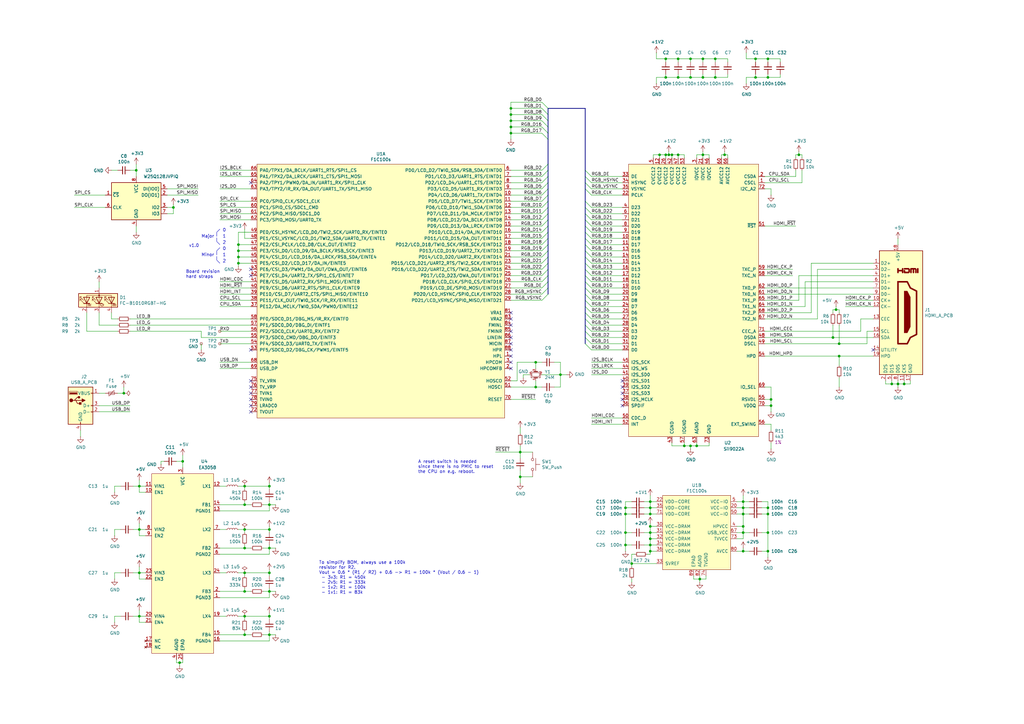
<source format=kicad_sch>
(kicad_sch (version 20250114) (generator "eeschema") (generator_version "9.0")
  (paper "A3")
  (text "Major" (at 82.55 97.79 0) (effects (font (size 1.27 1.27)) (justify left bottom)))
  (text "2" (at 92.71 100.33 0) (effects (font (size 1.27 1.27)) (justify right bottom)))
  (text "Minor" (at 82.55 105.41 0) (effects (font (size 1.27 1.27)) (justify left bottom)))
  (text "0" (at 92.71 102.87 0) (effects (font (size 1.27 1.27)) (justify right bottom)))
  (text "0" (at 92.71 95.25 0) (effects (font (size 1.27 1.27)) (justify right bottom)))
  (text "v1.0" (at 77.47 101.6 0) (effects (font (size 1.27 1.27)) (justify left bottom)))
  (text "A reset switch is needed\nsince there is no PMIC to reset\nthe CPU on e.g. reboot." (at 171.45 194.31 0) (effects (font (size 1.27 1.27)) (justify left bottom)))
  (text "2" (at 92.71 107.95 0) (effects (font (size 1.27 1.27)) (justify right bottom)))
  (text "To simplify BOM, always use a 100k\nresistor for R2.\nVout = 0.6 * (R1 / R2) + 0.6 -> R1 = 100k * (Vout / 0.6 - 1)\n - 3v3: R1 = 450k\n - 2v5: R1 = 333k\n - 1v2: R1 = 100k\n - 1v1: R1 = 83k" (at 130.81 243.84 0) (effects (font (size 1.27 1.27)) (justify left bottom)))
  (text "Board revision\nhard straps" (at 76.2 114.3 0) (effects (font (size 1.27 1.27)) (justify left bottom)))
  (text "1" (at 92.71 97.79 0) (effects (font (size 1.27 1.27)) (justify right bottom)))
  (text "1" (at 92.71 105.41 0) (effects (font (size 1.27 1.27)) (justify right bottom)))
  (junction (at 266.7 220.98))
  (junction (at 304.8 226.06))
  (junction (at 213.36 185.42))
  (junction (at 314.96 24.13))
  (junction (at 266.7 210.82))
  (junction (at 97.79 107.95))
  (junction (at 266.7 226.06))
  (junction (at 209.55 54.61))
  (junction (at 256.54 218.44))
  (junction (at 273.05 24.13))
  (junction (at 100.33 224.79))
  (junction (at 266.7 218.44))
  (junction (at 344.17 146.05))
  (junction (at 283.21 24.13))
  (junction (at 259.08 231.14))
  (junction (at 110.49 260.35))
  (junction (at 288.29 31.75))
  (junction (at 100.33 217.17))
  (junction (at 287.02 237.49))
  (junction (at 110.49 199.39))
  (junction (at 316.23 166.37))
  (junction (at 266.7 215.9))
  (junction (at 314.96 210.82))
  (junction (at 57.15 217.17))
  (junction (at 293.37 31.75))
  (junction (at 293.37 24.13))
  (junction (at 297.18 63.5))
  (junction (at 266.7 205.74))
  (junction (at 100.33 207.01))
  (junction (at 278.13 31.75))
  (junction (at 110.49 242.57))
  (junction (at 97.79 105.41))
  (junction (at 209.55 49.53))
  (junction (at 370.84 157.48))
  (junction (at 309.88 31.75))
  (junction (at 110.49 217.17))
  (junction (at 100.33 242.57))
  (junction (at 309.88 24.13))
  (junction (at 57.15 199.39))
  (junction (at 274.32 63.5))
  (junction (at 266.7 223.52))
  (junction (at 342.9 127))
  (junction (at 256.54 208.28))
  (junction (at 100.33 199.39))
  (junction (at 314.96 31.75))
  (junction (at 273.05 31.75))
  (junction (at 280.67 182.88))
  (junction (at 110.49 252.73))
  (junction (at 304.8 205.74))
  (junction (at 275.59 63.5))
  (junction (at 270.51 63.5))
  (junction (at 100.33 260.35))
  (junction (at 304.8 218.44))
  (junction (at 368.3 157.48))
  (junction (at 341.63 138.43))
  (junction (at 100.33 252.73))
  (junction (at 209.55 44.45))
  (junction (at 278.13 24.13))
  (junction (at 74.93 189.23))
  (junction (at 209.55 52.07))
  (junction (at 256.54 223.52))
  (junction (at 57.15 252.73))
  (junction (at 344.17 140.97))
  (junction (at 110.49 234.95))
  (junction (at 97.79 102.87))
  (junction (at 73.66 271.78))
  (junction (at 304.8 215.9))
  (junction (at 285.75 182.88))
  (junction (at 273.05 63.5))
  (junction (at 316.23 163.83))
  (junction (at 256.54 210.82))
  (junction (at 288.29 63.5))
  (junction (at 219.71 158.75))
  (junction (at 288.29 24.13))
  (junction (at 304.8 208.28))
  (junction (at 209.55 46.99))
  (junction (at 314.96 208.28))
  (junction (at 304.8 210.82))
  (junction (at 100.33 234.95))
  (junction (at 365.76 157.48))
  (junction (at 71.12 85.09))
  (junction (at 283.21 182.88))
  (junction (at 110.49 224.79))
  (junction (at 110.49 207.01))
  (junction (at 266.7 208.28))
  (junction (at 213.36 195.58))
  (junction (at 314.96 226.06))
  (junction (at 278.13 63.5))
  (junction (at 57.15 234.95))
  (junction (at 55.88 69.85))
  (junction (at 50.8 161.29))
  (junction (at 314.96 218.44))
  (junction (at 97.79 100.33))
  (junction (at 283.21 31.75))
  (junction (at 327.66 63.5))
  (junction (at 229.87 153.67))
  (junction (at 219.71 148.59))
  (no_connect (at 102.87 110.49))
  (no_connect (at 209.55 140.97))
  (no_connect (at 209.55 133.35))
  (no_connect (at 209.55 148.59))
  (no_connect (at 255.27 166.37))
  (no_connect (at 102.87 158.75))
  (no_connect (at 102.87 156.21))
  (no_connect (at 102.87 166.37))
  (no_connect (at 102.87 161.29))
  (no_connect (at 209.55 146.05))
  (no_connect (at 358.14 143.51))
  (no_connect (at 255.27 158.75))
  (no_connect (at 209.55 138.43))
  (no_connect (at 102.87 168.91))
  (no_connect (at 209.55 130.81))
  (no_connect (at 102.87 163.83))
  (no_connect (at 255.27 161.29))
  (no_connect (at 102.87 143.51))
  (no_connect (at 102.87 113.03))
  (no_connect (at 102.87 74.93))
  (no_connect (at 209.55 128.27))
  (no_connect (at 209.55 151.13))
  (no_connect (at 255.27 163.83))
  (no_connect (at 255.27 156.21))
  (no_connect (at 209.55 135.89))
  (no_connect (at 209.55 143.51))
  (bus_entry (at 240.03 135.89) (size 2.54 2.54))
  (bus_entry (at 222.25 95.25) (size 2.54 -2.54))
  (bus_entry (at 222.25 44.45) (size 2.54 2.54))
  (bus_entry (at 222.25 54.61) (size 2.54 2.54))
  (bus_entry (at 222.25 120.65) (size 2.54 -2.54))
  (bus_entry (at 222.25 46.99) (size 2.54 2.54))
  (bus_entry (at 222.25 41.91) (size 2.54 2.54))
  (bus_entry (at 222.25 85.09) (size 2.54 -2.54))
  (bus_entry (at 222.25 77.47) (size 2.54 -2.54))
  (bus_entry (at 240.03 82.55) (size 2.54 2.54))
  (bus_entry (at 240.03 107.95) (size 2.54 2.54))
  (bus_entry (at 240.03 118.11) (size 2.54 2.54))
  (bus_entry (at 240.03 100.33) (size 2.54 2.54))
  (bus_entry (at 240.03 140.97) (size 2.54 2.54))
  (bus_entry (at 222.25 118.11) (size 2.54 -2.54))
  (bus_entry (at 240.03 72.39) (size 2.54 2.54))
  (bus_entry (at 240.03 74.93) (size 2.54 2.54))
  (bus_entry (at 240.03 97.79) (size 2.54 2.54))
  (bus_entry (at 240.03 110.49) (size 2.54 2.54))
  (bus_entry (at 222.25 49.53) (size 2.54 2.54))
  (bus_entry (at 240.03 95.25) (size 2.54 2.54))
  (bus_entry (at 240.03 115.57) (size 2.54 2.54))
  (bus_entry (at 240.03 123.19) (size 2.54 2.54))
  (bus_entry (at 222.25 92.71) (size 2.54 -2.54))
  (bus_entry (at 222.25 80.01) (size 2.54 -2.54))
  (bus_entry (at 222.25 102.87) (size 2.54 -2.54))
  (bus_entry (at 222.25 97.79) (size 2.54 -2.54))
  (bus_entry (at 240.03 128.27) (size 2.54 2.54))
  (bus_entry (at 240.03 130.81) (size 2.54 2.54))
  (bus_entry (at 222.25 107.95) (size 2.54 -2.54))
  (bus_entry (at 222.25 74.93) (size 2.54 -2.54))
  (bus_entry (at 222.25 72.39) (size 2.54 -2.54))
  (bus_entry (at 240.03 125.73) (size 2.54 2.54))
  (bus_entry (at 222.25 90.17) (size 2.54 -2.54))
  (bus_entry (at 240.03 105.41) (size 2.54 2.54))
  (bus_entry (at 222.25 82.55) (size 2.54 -2.54))
  (bus_entry (at 240.03 102.87) (size 2.54 2.54))
  (bus_entry (at 240.03 69.85) (size 2.54 2.54))
  (bus_entry (at 240.03 87.63) (size 2.54 2.54))
  (bus_entry (at 222.25 123.19) (size 2.54 -2.54))
  (bus_entry (at 240.03 90.17) (size 2.54 2.54))
  (bus_entry (at 240.03 113.03) (size 2.54 2.54))
  (bus_entry (at 222.25 100.33) (size 2.54 -2.54))
  (bus_entry (at 222.25 87.63) (size 2.54 -2.54))
  (bus_entry (at 240.03 77.47) (size 2.54 2.54))
  (bus_entry (at 240.03 133.35) (size 2.54 2.54))
  (bus_entry (at 240.03 85.09) (size 2.54 2.54))
  (bus_entry (at 222.25 52.07) (size 2.54 2.54))
  (bus_entry (at 240.03 120.65) (size 2.54 2.54))
  (bus_entry (at 240.03 138.43) (size 2.54 2.54))
  (bus_entry (at 222.25 110.49) (size 2.54 -2.54))
  (bus_entry (at 222.25 105.41) (size 2.54 -2.54))
  (bus_entry (at 222.25 69.85) (size 2.54 -2.54))
  (bus_entry (at 222.25 115.57) (size 2.54 -2.54))
  (bus_entry (at 240.03 92.71) (size 2.54 2.54))
  (bus_entry (at 222.25 113.03) (size 2.54 -2.54))
  (wire (pts (xy 316.23 168.91) (xy 316.23 166.37)))
  (bus (pts (xy 240.03 92.71) (xy 240.03 95.25)))
  (bus (pts (xy 240.03 90.17) (xy 240.03 92.71)))
  (wire (pts (xy 269.24 21.59) (xy 269.24 24.13)))
  (wire (pts (xy 326.39 64.77) (xy 326.39 63.5)))
  (bus (pts (xy 224.79 44.45) (xy 224.79 46.99)))
  (wire (pts (xy 57.15 255.27) (xy 59.69 255.27)))
  (wire (pts (xy 297.18 63.5) (xy 298.45 63.5)))
  (wire (pts (xy 316.23 163.83) (xy 316.23 158.75)))
  (wire (pts (xy 298.45 63.5) (xy 298.45 64.77)))
  (wire (pts (xy 309.88 30.48) (xy 309.88 31.75)))
  (wire (pts (xy 40.64 168.91) (xy 53.34 168.91)))
  (wire (pts (xy 267.97 63.5) (xy 270.51 63.5)))
  (wire (pts (xy 57.15 234.95) (xy 54.61 234.95)))
  (bus (pts (xy 224.79 52.07) (xy 224.79 54.61)))
  (bus (pts (xy 224.79 107.95) (xy 224.79 110.49)))
  (wire (pts (xy 363.22 157.48) (xy 365.76 157.48)))
  (wire (pts (xy 368.3 157.48) (xy 370.84 157.48)))
  (wire (pts (xy 266.7 215.9) (xy 269.24 215.9)))
  (wire (pts (xy 102.87 77.47) (xy 90.17 77.47)))
  (wire (pts (xy 259.08 231.14) (xy 269.24 231.14)))
  (wire (pts (xy 213.36 193.04) (xy 213.36 195.58)))
  (wire (pts (xy 255.27 72.39) (xy 242.57 72.39)))
  (wire (pts (xy 320.04 25.4) (xy 320.04 24.13)))
  (bus (pts (xy 240.03 44.45) (xy 240.03 69.85)))
  (wire (pts (xy 259.08 218.44) (xy 256.54 218.44)))
  (wire (pts (xy 309.88 31.75) (xy 314.96 31.75)))
  (wire (pts (xy 309.88 24.13) (xy 314.96 24.13)))
  (wire (pts (xy 358.14 123.19) (xy 346.71 123.19)))
  (wire (pts (xy 269.24 24.13) (xy 273.05 24.13)))
  (wire (pts (xy 269.24 31.75) (xy 269.24 34.29)))
  (polyline (pts (xy 90.17 101.6) (xy 88.9 102.87)) (stroke (width 0) (type dash)))
  (wire (pts (xy 97.79 107.95) (xy 97.79 105.41)))
  (wire (pts (xy 341.63 127) (xy 342.9 127)))
  (wire (pts (xy 110.49 245.11) (xy 110.49 242.57)))
  (wire (pts (xy 327.66 63.5) (xy 327.66 62.23)))
  (wire (pts (xy 255.27 102.87) (xy 242.57 102.87)))
  (wire (pts (xy 97.79 199.39) (xy 100.33 199.39)))
  (bus (pts (xy 240.03 123.19) (xy 240.03 125.73)))
  (wire (pts (xy 110.49 227.33) (xy 110.49 224.79)))
  (wire (pts (xy 284.48 237.49) (xy 287.02 237.49)))
  (wire (pts (xy 72.39 271.78) (xy 73.66 271.78)))
  (wire (pts (xy 82.55 138.43) (xy 102.87 138.43)))
  (bus (pts (xy 224.79 87.63) (xy 224.79 90.17)))
  (wire (pts (xy 306.07 21.59) (xy 306.07 24.13)))
  (wire (pts (xy 266.7 205.74) (xy 269.24 205.74)))
  (bus (pts (xy 224.79 105.41) (xy 224.79 107.95)))
  (wire (pts (xy 102.87 125.73) (xy 90.17 125.73)))
  (wire (pts (xy 209.55 92.71) (xy 222.25 92.71)))
  (wire (pts (xy 229.87 158.75) (xy 227.33 158.75)))
  (wire (pts (xy 66.04 189.23) (xy 66.04 190.5)))
  (bus (pts (xy 224.79 67.31) (xy 224.79 69.85)))
  (wire (pts (xy 266.7 203.2) (xy 266.7 205.74)))
  (wire (pts (xy 255.27 74.93) (xy 242.57 74.93)))
  (wire (pts (xy 219.71 158.75) (xy 222.25 158.75)))
  (wire (pts (xy 344.17 158.75) (xy 344.17 154.94)))
  (wire (pts (xy 110.49 224.79) (xy 107.95 224.79)))
  (wire (pts (xy 306.07 24.13) (xy 309.88 24.13)))
  (wire (pts (xy 209.55 107.95) (xy 222.25 107.95)))
  (wire (pts (xy 288.29 63.5) (xy 288.29 62.23)))
  (wire (pts (xy 302.26 226.06) (xy 304.8 226.06)))
  (wire (pts (xy 265.43 227.33) (xy 266.7 227.33)))
  (wire (pts (xy 209.55 77.47) (xy 222.25 77.47)))
  (wire (pts (xy 320.04 30.48) (xy 320.04 31.75)))
  (wire (pts (xy 213.36 195.58) (xy 213.36 198.12)))
  (wire (pts (xy 110.49 262.89) (xy 110.49 260.35)))
  (wire (pts (xy 288.29 63.5) (xy 290.83 63.5)))
  (wire (pts (xy 314.96 30.48) (xy 314.96 31.75)))
  (wire (pts (xy 55.88 69.85) (xy 55.88 72.39)))
  (wire (pts (xy 344.17 146.05) (xy 358.14 146.05)))
  (wire (pts (xy 209.55 85.09) (xy 222.25 85.09)))
  (wire (pts (xy 283.21 182.88) (xy 283.21 184.15)))
  (wire (pts (xy 295.91 64.77) (xy 295.91 63.5)))
  (wire (pts (xy 302.26 208.28) (xy 304.8 208.28)))
  (wire (pts (xy 45.72 128.27) (xy 45.72 130.81)))
  (wire (pts (xy 102.87 135.89) (xy 90.17 135.89)))
  (wire (pts (xy 218.44 195.58) (xy 213.36 195.58)))
  (wire (pts (xy 270.51 63.5) (xy 273.05 63.5)))
  (wire (pts (xy 55.88 95.25) (xy 55.88 92.71)))
  (wire (pts (xy 256.54 226.06) (xy 256.54 223.52)))
  (wire (pts (xy 209.55 52.07) (xy 222.25 52.07)))
  (wire (pts (xy 110.49 207.01) (xy 107.95 207.01)))
  (wire (pts (xy 313.69 118.11) (xy 358.14 118.11)))
  (wire (pts (xy 110.49 199.39) (xy 110.49 198.12)))
  (wire (pts (xy 313.69 128.27) (xy 332.74 128.27)))
  (wire (pts (xy 285.75 182.88) (xy 285.75 181.61)))
  (wire (pts (xy 71.12 85.09) (xy 71.12 83.82)))
  (wire (pts (xy 209.55 46.99) (xy 222.25 46.99)))
  (wire (pts (xy 313.69 135.89) (xy 353.06 135.89)))
  (wire (pts (xy 273.05 30.48) (xy 273.05 31.75)))
  (wire (pts (xy 209.55 41.91) (xy 222.25 41.91)))
  (wire (pts (xy 327.66 123.19) (xy 327.66 113.03)))
  (wire (pts (xy 57.15 214.63) (xy 57.15 217.17)))
  (wire (pts (xy 304.8 220.98) (xy 302.26 220.98)))
  (bus (pts (xy 240.03 120.65) (xy 240.03 123.19)))
  (bus (pts (xy 224.79 102.87) (xy 224.79 105.41)))
  (wire (pts (xy 110.49 234.95) (xy 110.49 233.68)))
  (wire (pts (xy 209.55 163.83) (xy 219.71 163.83)))
  (polyline (pts (xy 90.17 93.98) (xy 88.9 95.25)) (stroke (width 0) (type dash)))
  (wire (pts (xy 280.67 182.88) (xy 283.21 182.88)))
  (wire (pts (xy 74.93 189.23) (xy 74.93 186.69)))
  (wire (pts (xy 266.7 208.28) (xy 269.24 208.28)))
  (polyline (pts (xy 88.9 102.87) (xy 88.9 106.68)) (stroke (width 0) (type dash)))
  (wire (pts (xy 100.33 199.39) (xy 100.33 200.66)))
  (wire (pts (xy 100.33 207.01) (xy 102.87 207.01)))
  (wire (pts (xy 209.55 44.45) (xy 222.25 44.45)))
  (wire (pts (xy 287.02 236.22) (xy 287.02 237.49)))
  (wire (pts (xy 280.67 63.5) (xy 280.67 64.77)))
  (wire (pts (xy 309.88 25.4) (xy 309.88 24.13)))
  (wire (pts (xy 264.16 223.52) (xy 266.7 223.52)))
  (wire (pts (xy 45.72 69.85) (xy 48.26 69.85)))
  (wire (pts (xy 278.13 31.75) (xy 283.21 31.75)))
  (wire (pts (xy 255.27 123.19) (xy 242.57 123.19)))
  (bus (pts (xy 224.79 115.57) (xy 224.79 118.11)))
  (bus (pts (xy 224.79 118.11) (xy 224.79 120.65)))
  (wire (pts (xy 266.7 210.82) (xy 269.24 210.82)))
  (wire (pts (xy 266.7 208.28) (xy 266.7 210.82)))
  (bus (pts (xy 224.79 69.85) (xy 224.79 72.39)))
  (wire (pts (xy 256.54 208.28) (xy 256.54 210.82)))
  (wire (pts (xy 341.63 138.43) (xy 341.63 133.35)))
  (wire (pts (xy 102.87 72.39) (xy 90.17 72.39)))
  (wire (pts (xy 110.49 242.57) (xy 113.03 242.57)))
  (wire (pts (xy 102.87 140.97) (xy 90.17 140.97)))
  (wire (pts (xy 255.27 110.49) (xy 242.57 110.49)))
  (wire (pts (xy 110.49 259.08) (xy 110.49 260.35)))
  (wire (pts (xy 313.69 92.71) (xy 326.39 92.71)))
  (wire (pts (xy 255.27 138.43) (xy 242.57 138.43)))
  (wire (pts (xy 102.87 148.59) (xy 90.17 148.59)))
  (wire (pts (xy 209.55 74.93) (xy 222.25 74.93)))
  (wire (pts (xy 332.74 128.27) (xy 332.74 107.95)))
  (wire (pts (xy 213.36 185.42) (xy 203.2 185.42)))
  (wire (pts (xy 255.27 148.59) (xy 242.57 148.59)))
  (wire (pts (xy 313.69 72.39) (xy 326.39 72.39)))
  (bus (pts (xy 240.03 97.79) (xy 240.03 100.33)))
  (bus (pts (xy 240.03 102.87) (xy 240.03 105.41)))
  (bus (pts (xy 240.03 95.25) (xy 240.03 97.79)))
  (wire (pts (xy 213.36 185.42) (xy 213.36 187.96)))
  (wire (pts (xy 316.23 166.37) (xy 316.23 163.83)))
  (wire (pts (xy 100.33 97.79) (xy 102.87 97.79)))
  (wire (pts (xy 53.34 69.85) (xy 55.88 69.85)))
  (wire (pts (xy 49.53 252.73) (xy 46.99 252.73)))
  (wire (pts (xy 326.39 63.5) (xy 327.66 63.5)))
  (wire (pts (xy 332.74 107.95) (xy 358.14 107.95)))
  (wire (pts (xy 209.55 158.75) (xy 219.71 158.75)))
  (wire (pts (xy 227.33 148.59) (xy 229.87 148.59)))
  (wire (pts (xy 306.07 31.75) (xy 306.07 34.29)))
  (wire (pts (xy 100.33 223.52) (xy 100.33 224.79)))
  (bus (pts (xy 240.03 82.55) (xy 240.03 85.09)))
  (wire (pts (xy 259.08 237.49) (xy 259.08 238.76)))
  (wire (pts (xy 255.27 77.47) (xy 242.57 77.47)))
  (wire (pts (xy 212.09 148.59) (xy 219.71 148.59)))
  (wire (pts (xy 57.15 217.17) (xy 57.15 219.71)))
  (wire (pts (xy 55.88 67.31) (xy 55.88 69.85)))
  (wire (pts (xy 259.08 227.33) (xy 260.35 227.33)))
  (wire (pts (xy 255.27 115.57) (xy 242.57 115.57)))
  (bus (pts (xy 224.79 110.49) (xy 224.79 113.03)))
  (wire (pts (xy 110.49 207.01) (xy 113.03 207.01)))
  (wire (pts (xy 255.27 95.25) (xy 242.57 95.25)))
  (wire (pts (xy 316.23 77.47) (xy 316.23 80.01)))
  (wire (pts (xy 97.79 217.17) (xy 100.33 217.17)))
  (wire (pts (xy 72.39 189.23) (xy 74.93 189.23)))
  (wire (pts (xy 298.45 31.75) (xy 298.45 30.48)))
  (wire (pts (xy 316.23 181.61) (xy 316.23 184.15)))
  (wire (pts (xy 110.49 260.35) (xy 107.95 260.35)))
  (wire (pts (xy 102.87 82.55) (xy 90.17 82.55)))
  (wire (pts (xy 73.66 271.78) (xy 74.93 271.78)))
  (bus (pts (xy 224.79 90.17) (xy 224.79 92.71)))
  (wire (pts (xy 313.69 77.47) (xy 316.23 77.47)))
  (wire (pts (xy 326.39 72.39) (xy 326.39 69.85)))
  (wire (pts (xy 314.96 25.4) (xy 314.96 24.13)))
  (wire (pts (xy 219.71 156.21) (xy 219.71 158.75)))
  (wire (pts (xy 273.05 24.13) (xy 278.13 24.13)))
  (bus (pts (xy 224.79 80.01) (xy 224.79 82.55)))
  (wire (pts (xy 313.69 130.81) (xy 335.28 130.81)))
  (polyline (pts (xy 88.9 95.25) (xy 88.9 99.06)) (stroke (width 0) (type dash)))
  (bus (pts (xy 224.79 57.15) (xy 224.79 67.31)))
  (wire (pts (xy 102.87 90.17) (xy 90.17 90.17)))
  (wire (pts (xy 102.87 118.11) (xy 90.17 118.11)))
  (wire (pts (xy 255.27 97.79) (xy 242.57 97.79)))
  (wire (pts (xy 266.7 205.74) (xy 266.7 208.28)))
  (wire (pts (xy 100.33 241.3) (xy 100.33 242.57)))
  (wire (pts (xy 267.97 64.77) (xy 267.97 63.5)))
  (wire (pts (xy 209.55 90.17) (xy 222.25 90.17)))
  (wire (pts (xy 255.27 120.65) (xy 242.57 120.65)))
  (wire (pts (xy 90.17 217.17) (xy 92.71 217.17)))
  (wire (pts (xy 255.27 113.03) (xy 242.57 113.03)))
  (wire (pts (xy 283.21 182.88) (xy 285.75 182.88)))
  (wire (pts (xy 68.58 87.63) (xy 71.12 87.63)))
  (wire (pts (xy 68.58 85.09) (xy 71.12 85.09)))
  (wire (pts (xy 90.17 227.33) (xy 110.49 227.33)))
  (wire (pts (xy 255.27 118.11) (xy 242.57 118.11)))
  (wire (pts (xy 275.59 63.5) (xy 278.13 63.5)))
  (wire (pts (xy 90.17 199.39) (xy 92.71 199.39)))
  (wire (pts (xy 213.36 185.42) (xy 213.36 182.88)))
  (wire (pts (xy 314.96 210.82) (xy 314.96 218.44)))
  (wire (pts (xy 302.26 210.82) (xy 304.8 210.82)))
  (wire (pts (xy 102.87 69.85) (xy 90.17 69.85)))
  (wire (pts (xy 313.69 110.49) (xy 325.12 110.49)))
  (wire (pts (xy 40.64 128.27) (xy 40.64 133.35)))
  (wire (pts (xy 90.17 224.79) (xy 100.33 224.79)))
  (wire (pts (xy 97.79 95.25) (xy 102.87 95.25)))
  (wire (pts (xy 287.02 237.49) (xy 289.56 237.49)))
  (wire (pts (xy 97.79 252.73) (xy 100.33 252.73)))
  (wire (pts (xy 214.63 153.67) (xy 214.63 154.94)))
  (wire (pts (xy 264.16 208.28) (xy 266.7 208.28)))
  (wire (pts (xy 209.55 44.45) (xy 209.55 46.99)))
  (wire (pts (xy 255.27 133.35) (xy 242.57 133.35)))
  (bus (pts (xy 240.03 105.41) (xy 240.03 107.95)))
  (wire (pts (xy 110.49 241.3) (xy 110.49 242.57)))
  (wire (pts (xy 316.23 163.83) (xy 313.69 163.83)))
  (bus (pts (xy 240.03 85.09) (xy 240.03 87.63)))
  (bus (pts (xy 240.03 125.73) (xy 240.03 128.27)))
  (wire (pts (xy 289.56 237.49) (xy 289.56 236.22)))
  (wire (pts (xy 255.27 130.81) (xy 242.57 130.81)))
  (wire (pts (xy 110.49 260.35) (xy 113.03 260.35)))
  (wire (pts (xy 255.27 125.73) (xy 242.57 125.73)))
  (wire (pts (xy 90.17 242.57) (xy 100.33 242.57)))
  (wire (pts (xy 100.33 199.39) (xy 110.49 199.39)))
  (wire (pts (xy 273.05 63.5) (xy 274.32 63.5)))
  (wire (pts (xy 256.54 205.74) (xy 256.54 208.28)))
  (bus (pts (xy 224.79 72.39) (xy 224.79 74.93)))
  (wire (pts (xy 53.34 133.35) (xy 102.87 133.35)))
  (wire (pts (xy 313.69 125.73) (xy 330.2 125.73)))
  (wire (pts (xy 110.49 252.73) (xy 110.49 254)))
  (bus (pts (xy 224.79 97.79) (xy 224.79 100.33)))
  (wire (pts (xy 74.93 189.23) (xy 74.93 191.77)))
  (wire (pts (xy 274.32 63.5) (xy 275.59 63.5)))
  (wire (pts (xy 209.55 102.87) (xy 222.25 102.87)))
  (wire (pts (xy 48.26 161.29) (xy 50.8 161.29)))
  (wire (pts (xy 53.34 135.89) (xy 82.55 135.89)))
  (wire (pts (xy 313.69 146.05) (xy 344.17 146.05)))
  (wire (pts (xy 97.79 234.95) (xy 100.33 234.95)))
  (wire (pts (xy 110.49 209.55) (xy 110.49 207.01)))
  (bus (pts (xy 240.03 133.35) (xy 240.03 135.89)))
  (bus (pts (xy 240.03 135.89) (xy 240.03 138.43)))
  (wire (pts (xy 330.2 125.73) (xy 330.2 115.57)))
  (wire (pts (xy 256.54 223.52) (xy 259.08 223.52)))
  (bus (pts (xy 224.79 77.47) (xy 224.79 80.01)))
  (wire (pts (xy 269.24 218.44) (xy 266.7 218.44)))
  (wire (pts (xy 293.37 30.48) (xy 293.37 31.75)))
  (wire (pts (xy 209.55 41.91) (xy 209.55 44.45)))
  (wire (pts (xy 57.15 199.39) (xy 59.69 199.39)))
  (wire (pts (xy 46.99 217.17) (xy 46.99 219.71)))
  (wire (pts (xy 57.15 217.17) (xy 59.69 217.17)))
  (bus (pts (xy 224.79 92.71) (xy 224.79 95.25)))
  (bus (pts (xy 240.03 74.93) (xy 240.03 77.47)))
  (wire (pts (xy 46.99 199.39) (xy 46.99 201.93)))
  (wire (pts (xy 256.54 210.82) (xy 259.08 210.82)))
  (wire (pts (xy 330.2 115.57) (xy 358.14 115.57)))
  (wire (pts (xy 57.15 252.73) (xy 57.15 255.27)))
  (wire (pts (xy 255.27 100.33) (xy 242.57 100.33)))
  (wire (pts (xy 209.55 118.11) (xy 222.25 118.11)))
  (wire (pts (xy 302.26 218.44) (xy 304.8 218.44)))
  (wire (pts (xy 72.39 270.51) (xy 72.39 271.78)))
  (wire (pts (xy 90.17 151.13) (xy 102.87 151.13)))
  (wire (pts (xy 344.17 140.97) (xy 344.17 133.35)))
  (wire (pts (xy 209.55 120.65) (xy 222.25 120.65)))
  (wire (pts (xy 90.17 209.55) (xy 110.49 209.55)))
  (wire (pts (xy 255.27 151.13) (xy 242.57 151.13)))
  (wire (pts (xy 102.87 123.19) (xy 90.17 123.19)))
  (wire (pts (xy 280.67 182.88) (xy 275.59 182.88)))
  (wire (pts (xy 209.55 100.33) (xy 222.25 100.33)))
  (wire (pts (xy 110.49 199.39) (xy 110.49 200.66)))
  (polyline (pts (xy 90.17 107.95) (xy 88.9 106.68)) (stroke (width 0) (type dash)))
  (wire (pts (xy 264.16 210.82) (xy 266.7 210.82)))
  (bus (pts (xy 224.79 100.33) (xy 224.79 102.87)))
  (wire (pts (xy 283.21 24.13) (xy 288.29 24.13)))
  (wire (pts (xy 288.29 25.4) (xy 288.29 24.13)))
  (wire (pts (xy 110.49 242.57) (xy 107.95 242.57)))
  (wire (pts (xy 97.79 105.41) (xy 102.87 105.41)))
  (wire (pts (xy 57.15 252.73) (xy 59.69 252.73)))
  (wire (pts (xy 209.55 54.61) (xy 222.25 54.61)))
  (wire (pts (xy 373.38 157.48) (xy 373.38 156.21)))
  (wire (pts (xy 342.9 127) (xy 342.9 125.73)))
  (wire (pts (xy 57.15 232.41) (xy 57.15 234.95)))
  (wire (pts (xy 33.02 179.07) (xy 33.02 176.53)))
  (wire (pts (xy 102.87 87.63) (xy 90.17 87.63)))
  (wire (pts (xy 57.15 196.85) (xy 57.15 199.39)))
  (wire (pts (xy 298.45 24.13) (xy 298.45 25.4)))
  (wire (pts (xy 280.67 181.61) (xy 280.67 182.88)))
  (wire (pts (xy 209.55 110.49) (xy 222.25 110.49)))
  (wire (pts (xy 259.08 205.74) (xy 256.54 205.74)))
  (wire (pts (xy 278.13 30.48) (xy 278.13 31.75)))
  (wire (pts (xy 53.34 130.81) (xy 102.87 130.81)))
  (wire (pts (xy 68.58 77.47) (xy 81.28 77.47)))
  (wire (pts (xy 255.27 92.71) (xy 242.57 92.71)))
  (wire (pts (xy 313.69 120.65) (xy 358.14 120.65)))
  (wire (pts (xy 293.37 31.75) (xy 298.45 31.75)))
  (wire (pts (xy 255.27 173.99) (xy 242.57 173.99)))
  (wire (pts (xy 304.8 205.74) (xy 302.26 205.74)))
  (wire (pts (xy 256.54 208.28) (xy 259.08 208.28)))
  (wire (pts (xy 290.83 63.5) (xy 290.83 64.77)))
  (wire (pts (xy 57.15 250.19) (xy 57.15 252.73)))
  (wire (pts (xy 213.36 177.8) (xy 213.36 175.26)))
  (wire (pts (xy 102.87 100.33) (xy 97.79 100.33)))
  (wire (pts (xy 209.55 80.01) (xy 222.25 80.01)))
  (wire (pts (xy 90.17 260.35) (xy 100.33 260.35)))
  (wire (pts (xy 209.55 113.03) (xy 222.25 113.03)))
  (bus (pts (xy 240.03 87.63) (xy 240.03 90.17)))
  (wire (pts (xy 255.27 90.17) (xy 242.57 90.17)))
  (wire (pts (xy 46.99 234.95) (xy 46.99 237.49)))
  (wire (pts (xy 304.8 205.74) (xy 304.8 208.28)))
  (wire (pts (xy 297.18 63.5) (xy 297.18 62.23)))
  (wire (pts (xy 217.17 153.67) (xy 214.63 153.67)))
  (bus (pts (xy 224.79 49.53) (xy 224.79 52.07)))
  (wire (pts (xy 49.53 217.17) (xy 46.99 217.17)))
  (wire (pts (xy 314.96 208.28) (xy 314.96 210.82)))
  (wire (pts (xy 100.33 234.95) (xy 100.33 236.22)))
  (wire (pts (xy 90.17 252.73) (xy 92.71 252.73)))
  (wire (pts (xy 229.87 153.67) (xy 229.87 158.75)))
  (wire (pts (xy 57.15 219.71) (xy 59.69 219.71)))
  (bus (pts (xy 240.03 118.11) (xy 240.03 120.65)))
  (wire (pts (xy 266.7 218.44) (xy 266.7 220.98)))
  (wire (pts (xy 327.66 113.03) (xy 358.14 113.03)))
  (wire (pts (xy 273.05 31.75) (xy 269.24 31.75)))
  (wire (pts (xy 285.75 64.77) (xy 285.75 63.5)))
  (wire (pts (xy 46.99 252.73) (xy 46.99 255.27)))
  (wire (pts (xy 287.02 237.49) (xy 287.02 238.76)))
  (wire (pts (xy 304.8 208.28) (xy 304.8 210.82)))
  (bus (pts (xy 240.03 72.39) (xy 240.03 74.93)))
  (wire (pts (xy 212.09 156.21) (xy 212.09 148.59)))
  (wire (pts (xy 312.42 208.28) (xy 314.96 208.28)))
  (bus (pts (xy 240.03 115.57) (xy 240.03 118.11)))
  (wire (pts (xy 346.71 125.73) (xy 358.14 125.73)))
  (wire (pts (xy 90.17 207.01) (xy 100.33 207.01)))
  (wire (pts (xy 100.33 205.74) (xy 100.33 207.01)))
  (wire (pts (xy 209.55 87.63) (xy 222.25 87.63)))
  (wire (pts (xy 255.27 143.51) (xy 242.57 143.51)))
  (wire (pts (xy 368.3 157.48) (xy 368.3 158.75)))
  (wire (pts (xy 74.93 271.78) (xy 74.93 270.51)))
  (wire (pts (xy 255.27 107.95) (xy 242.57 107.95)))
  (wire (pts (xy 213.36 185.42) (xy 218.44 185.42)))
  (wire (pts (xy 255.27 171.45) (xy 242.57 171.45)))
  (bus (pts (xy 240.03 100.33) (xy 240.03 102.87)))
  (wire (pts (xy 288.29 31.75) (xy 293.37 31.75)))
  (wire (pts (xy 259.08 232.41) (xy 259.08 231.14)))
  (wire (pts (xy 35.56 128.27) (xy 35.56 135.89)))
  (wire (pts (xy 43.18 80.01) (xy 30.48 80.01)))
  (wire (pts (xy 314.96 205.74) (xy 314.96 208.28)))
  (wire (pts (xy 110.49 223.52) (xy 110.49 224.79)))
  (wire (pts (xy 293.37 25.4) (xy 293.37 24.13)))
  (wire (pts (xy 209.55 95.25) (xy 222.25 95.25)))
  (bus (pts (xy 240.03 110.49) (xy 240.03 113.03)))
  (wire (pts (xy 273.05 64.77) (xy 273.05 63.5)))
  (wire (pts (xy 314.96 218.44) (xy 314.96 226.06)))
  (wire (pts (xy 110.49 217.17) (xy 110.49 215.9)))
  (wire (pts (xy 57.15 237.49) (xy 59.69 237.49)))
  (wire (pts (xy 209.55 49.53) (xy 222.25 49.53)))
  (wire (pts (xy 273.05 25.4) (xy 273.05 24.13)))
  (wire (pts (xy 100.33 217.17) (xy 100.33 218.44)))
  (wire (pts (xy 266.7 214.63) (xy 266.7 215.9)))
  (bus (pts (xy 224.79 46.99) (xy 224.79 49.53)))
  (wire (pts (xy 100.33 260.35) (xy 102.87 260.35)))
  (wire (pts (xy 278.13 25.4) (xy 278.13 24.13)))
  (wire (pts (xy 102.87 115.57) (xy 90.17 115.57)))
  (wire (pts (xy 110.49 217.17) (xy 110.49 218.44)))
  (wire (pts (xy 57.15 201.93) (xy 59.69 201.93)))
  (wire (pts (xy 100.33 93.98) (xy 100.33 97.79)))
  (wire (pts (xy 100.33 224.79) (xy 102.87 224.79)))
  (wire (pts (xy 255.27 105.41) (xy 242.57 105.41)))
  (wire (pts (xy 313.69 138.43) (xy 341.63 138.43)))
  (wire (pts (xy 283.21 31.75) (xy 288.29 31.75)))
  (wire (pts (xy 255.27 80.01) (xy 242.57 80.01)))
  (wire (pts (xy 100.33 217.17) (xy 110.49 217.17)))
  (wire (pts (xy 256.54 218.44) (xy 256.54 223.52)))
  (wire (pts (xy 209.55 49.53) (xy 209.55 52.07)))
  (wire (pts (xy 102.87 120.65) (xy 90.17 120.65)))
  (wire (pts (xy 209.55 97.79) (xy 222.25 97.79)))
  (wire (pts (xy 57.15 217.17) (xy 54.61 217.17)))
  (wire (pts (xy 309.88 31.75) (xy 306.07 31.75)))
  (wire (pts (xy 219.71 148.59) (xy 222.25 148.59)))
  (wire (pts (xy 304.8 218.44) (xy 307.34 218.44)))
  (wire (pts (xy 219.71 151.13) (xy 219.71 148.59)))
  (wire (pts (xy 49.53 199.39) (xy 46.99 199.39)))
  (wire (pts (xy 293.37 24.13) (xy 298.45 24.13)))
  (wire (pts (xy 266.7 215.9) (xy 266.7 218.44)))
  (wire (pts (xy 209.55 72.39) (xy 222.25 72.39)))
  (wire (pts (xy 255.27 85.09) (xy 242.57 85.09)))
  (wire (pts (xy 100.33 259.08) (xy 100.33 260.35)))
  (wire (pts (xy 90.17 245.11) (xy 110.49 245.11)))
  (bus (pts (xy 240.03 138.43) (xy 240.03 140.97)))
  (wire (pts (xy 312.42 205.74) (xy 314.96 205.74)))
  (wire (pts (xy 255.27 128.27) (xy 242.57 128.27)))
  (wire (pts (xy 314.96 31.75) (xy 320.04 31.75)))
  (wire (pts (xy 285.75 63.5) (xy 288.29 63.5)))
  (wire (pts (xy 341.63 138.43) (xy 358.14 138.43)))
  (wire (pts (xy 283.21 25.4) (xy 283.21 24.13)))
  (wire (pts (xy 57.15 199.39) (xy 57.15 201.93)))
  (wire (pts (xy 328.93 63.5) (xy 328.93 64.77)))
  (wire (pts (xy 275.59 182.88) (xy 275.59 181.61)))
  (wire (pts (xy 259.08 231.14) (xy 259.08 227.33)))
  (wire (pts (xy 304.8 226.06) (xy 304.8 224.79)))
  (polyline (pts (xy 90.17 100.33) (xy 88.9 99.06)) (stroke (width 0) (type dash)))
  (wire (pts (xy 110.49 252.73) (xy 110.49 251.46)))
  (wire (pts (xy 290.83 182.88) (xy 290.83 181.61)))
  (wire (pts (xy 110.49 205.74) (xy 110.49 207.01)))
  (wire (pts (xy 283.21 30.48) (xy 283.21 31.75)))
  (wire (pts (xy 275.59 63.5) (xy 275.59 64.77)))
  (wire (pts (xy 368.3 97.79) (xy 368.3 100.33)))
  (wire (pts (xy 256.54 210.82) (xy 256.54 218.44)))
  (wire (pts (xy 209.55 54.61) (xy 209.55 57.15)))
  (wire (pts (xy 255.27 153.67) (xy 242.57 153.67)))
  (wire (pts (xy 57.15 252.73) (xy 54.61 252.73)))
  (bus (pts (xy 240.03 77.47) (xy 240.03 82.55)))
  (wire (pts (xy 269.24 223.52) (xy 266.7 223.52)))
  (wire (pts (xy 102.87 107.95) (xy 97.79 107.95)))
  (wire (pts (xy 314.96 24.13) (xy 320.04 24.13)))
  (wire (pts (xy 264.16 218.44) (xy 266.7 218.44)))
  (wire (pts (xy 82.55 140.97) (xy 82.55 143.51)))
  (wire (pts (xy 43.18 85.09) (xy 30.48 85.09)))
  (wire (pts (xy 40.64 161.29) (xy 43.18 161.29)))
  (wire (pts (xy 266.7 223.52) (xy 266.7 226.06)))
  (wire (pts (xy 278.13 64.77) (xy 278.13 63.5)))
  (wire (pts (xy 353.06 135.89) (xy 353.06 130.81)))
  (bus (pts (xy 240.03 69.85) (xy 240.03 72.39)))
  (bus (pts (xy 224.79 85.09) (xy 224.79 87.63)))
  (wire (pts (xy 278.13 24.13) (xy 283.21 24.13)))
  (wire (pts (xy 97.79 105.41) (xy 97.79 102.87)))
  (wire (pts (xy 370.84 156.21) (xy 370.84 157.48)))
  (wire (pts (xy 100.33 234.95) (xy 110.49 234.95)))
  (wire (pts (xy 266.7 227.33) (xy 266.7 226.06)))
  (wire (pts (xy 285.75 182.88) (xy 290.83 182.88)))
  (wire (pts (xy 328.93 74.93) (xy 328.93 69.85)))
  (wire (pts (xy 222.25 153.67) (xy 229.87 153.67)))
  (wire (pts (xy 314.96 226.06) (xy 314.96 228.6)))
  (wire (pts (xy 314.96 218.44) (xy 312.42 218.44)))
  (wire (pts (xy 209.55 46.99) (xy 209.55 49.53)))
  (wire (pts (xy 288.29 24.13) (xy 293.37 24.13)))
  (wire (pts (xy 35.56 135.89) (xy 48.26 135.89)))
  (wire (pts (xy 274.32 63.5) (xy 274.32 62.23)))
  (bus (pts (xy 240.03 113.03) (xy 240.03 115.57)))
  (wire (pts (xy 266.7 220.98) (xy 269.24 220.98)))
  (wire (pts (xy 288.29 64.77) (xy 288.29 63.5)))
  (wire (pts (xy 266.7 220.98) (xy 266.7 223.52)))
  (wire (pts (xy 229.87 148.59) (xy 229.87 153.67)))
  (wire (pts (xy 50.8 161.29) (xy 50.8 158.75)))
  (wire (pts (xy 316.23 173.99) (xy 316.23 176.53)))
  (wire (pts (xy 90.17 262.89) (xy 110.49 262.89)))
  (wire (pts (xy 313.69 173.99) (xy 316.23 173.99)))
  (wire (pts (xy 341.63 128.27) (xy 341.63 127)))
  (wire (pts (xy 304.8 208.28) (xy 307.34 208.28)))
  (wire (pts (xy 209.55 115.57) (xy 222.25 115.57)))
  (wire (pts (xy 302.26 215.9) (xy 304.8 215.9)))
  (wire (pts (xy 355.6 140.97) (xy 355.6 135.89)))
  (wire (pts (xy 229.87 153.67) (xy 232.41 153.67)))
  (wire (pts (xy 363.22 156.21) (xy 363.22 157.48)))
  (wire (pts (xy 255.27 87.63) (xy 242.57 87.63)))
  (wire (pts (xy 325.12 113.03) (xy 313.69 113.03)))
  (wire (pts (xy 365.76 157.48) (xy 368.3 157.48)))
  (wire (pts (xy 73.66 271.78) (xy 73.66 273.05)))
  (wire (pts (xy 368.3 156.21) (xy 368.3 157.48)))
  (wire (pts (xy 270.51 63.5) (xy 270.51 64.77)))
  (wire (pts (xy 327.66 63.5) (xy 328.93 63.5)))
  (wire (pts (xy 97.79 102.87) (xy 97.79 100.33)))
  (wire (pts (xy 67.31 189.23) (xy 66.04 189.23)))
  (wire (pts (xy 278.13 63.5) (xy 280.67 63.5)))
  (wire (pts (xy 102.87 102.87) (xy 97.79 102.87)))
  (wire (pts (xy 314.96 226.06) (xy 312.42 226.06)))
  (wire (pts (xy 255.27 135.89) (xy 242.57 135.89)))
  (wire (pts (xy 209.55 52.07) (xy 209.55 54.61)))
  (wire (pts (xy 312.42 210.82) (xy 314.96 210.82)))
  (bus (pts (xy 240.03 107.95) (xy 240.03 110.49)))
  (bus (pts (xy 224.79 95.25) (xy 224.79 97.79)))
  (wire (pts (xy 57.15 199.39) (xy 54.61 199.39)))
  (wire (pts (xy 316.23 158.75) (xy 313.69 158.75)))
  (wire (pts (xy 209.55 105.41) (xy 222.25 105.41)))
  (bus (pts (xy 224.79 54.61) (xy 224.79 57.15)))
  (wire (pts (xy 209.55 82.55) (xy 222.25 82.55)))
  (wire (pts (xy 68.58 80.01) (xy 81.28 80.01)))
  (wire (pts (xy 304.8 226.06) (xy 307.34 226.06)))
  (wire (pts (xy 342.9 127) (xy 344.17 127)))
  (wire (pts (xy 353.06 130.81) (xy 358.14 130.81)))
  (wire (pts (xy 110.49 224.79) (xy 113.03 224.79)))
  (wire (pts (xy 344.17 140.97) (xy 355.6 140.97)))
  (wire (pts (xy 344.17 149.86) (xy 344.17 146.05)))
  (bus (pts (xy 240.03 130.81) (xy 240.03 133.35)))
  (wire (pts (xy 40.64 133.35) (xy 48.26 133.35)))
  (wire (pts (xy 344.17 127) (xy 344.17 128.27)))
  (wire (pts (xy 100.33 252.73) (xy 110.49 252.73)))
  (bus (pts (xy 224.79 113.03) (xy 224.79 115.57)))
  (wire (pts (xy 209.55 156.21) (xy 212.09 156.21)))
  (wire (pts (xy 209.55 69.85) (xy 222.25 69.85)))
  (wire (pts (xy 97.79 109.22) (xy 97.79 107.95)))
  (wire (pts (xy 304.8 215.9) (xy 304.8 218.44)))
  (wire (pts (xy 110.49 234.95) (xy 110.49 236.22)))
  (wire (pts (xy 304.8 203.2) (xy 304.8 205.74)))
  (wire (pts (xy 304.8 205.74) (xy 307.34 205.74)))
  (wire (pts (xy 82.55 135.89) (xy 82.55 138.43)))
  (wire (pts (xy 304.8 210.82) (xy 304.8 215.9)))
  (bus (pts (xy 224.79 74.93) (xy 224.79 77.47)))
  (wire (pts (xy 295.91 63.5) (xy 297.18 63.5)))
  (bus (pts (xy 240.03 128.27) (xy 240.03 130.81)))
  (wire (pts (xy 90.17 234.95) (xy 92.71 234.95)))
  (bus (pts (xy 224.79 44.45) (xy 240.03 44.45)))
  (wire (pts (xy 355.6 135.89) (xy 358.14 135.89)))
  (wire (pts (xy 313.69 74.93) (xy 328.93 74.93)))
  (wire (pts (xy 264.16 205.74) (xy 266.7 205.74)))
  (wire (pts (xy 209.55 123.19) (xy 222.25 123.19)))
  (wire (pts (xy 313.69 140.97) (xy 344.17 140.97)))
  (wire (pts (xy 45.72 130.81) (xy 48.26 130.81)))
  (wire (pts (xy 100.33 242.57) (xy 102.87 242.57)))
  (wire (pts (xy 304.8 218.44) (xy 304.8 220.98)))
  (wire (pts (xy 102.87 85.09) (xy 90.17 85.09)))
  (wire (pts (xy 288.29 30.48) (xy 288.29 31.75)))
  (wire (pts (xy 266.7 226.06) (xy 269.24 226.06)))
  (wire (pts (xy 255.27 140.97) (xy 242.57 140.97)))
  (wire (pts (xy 97.79 95.25) (xy 97.79 100.33)))
  (wire (pts (xy 57.15 234.95) (xy 59.69 234.95)))
  (wire (pts (xy 57.15 234.95) (xy 57.15 237.49)))
  (wire (pts (xy 273.05 31.75) (xy 278.13 31.75)))
  (wire (pts (xy 313.69 123.19) (xy 327.66 123.19)))
  (wire (pts (xy 40.64 115.57) (xy 40.64 118.11)))
  (wire (pts (xy 100.33 252.73) (xy 100.33 254)))
  (wire (pts (xy 335.28 110.49) (xy 358.14 110.49)))
  (wire (pts (xy 304.8 210.82) (xy 307.34 210.82)))
  (wire (pts (xy 370.84 157.48) (xy 373.38 157.48)))
  (wire (pts (xy 71.12 87.63) (xy 71.12 85.09)))
  (wire (pts (xy 53.34 166.37) (xy 40.64 166.37)))
  (wire (pts (xy 316.23 166.37) (xy 313.69 166.37)))
  (wire (pts (xy 49.53 234.95) (xy 46.99 234.95)))
  (wire (pts (xy 365.76 156.21) (xy 365.76 157.48)))
  (wire (pts (xy 335.28 130.81) (xy 335.28 110.49)))
  (wire (pts (xy 284.48 236.22) (xy 284.48 237.49)))
  (bus (pts (xy 224.79 82.55) (xy 224.79 85.09)))
  (label "RGB_D12" (at 242.57 113.03 0))
  (label "RGB_HSYNC" (at 222.25 120.65 180))
  (label "RGB_D17" (at 242.57 100.33 0))
  (label "HDMI_~{RST}" (at 326.39 92.71 180))
  (label "SPI_CLK" (at 30.48 85.09 0))
  (label "RGB_D16" (at 222.25 52.07 180))
  (label "RGB_D14" (at 242.57 107.95 0))
  (label "RGB_D9" (at 222.25 49.53 180))
  (label "RGB_D19" (at 222.25 102.87 180))
  (label "HDMI_SDA" (at 325.12 138.43 180))
  (label "RGB_HSYNC" (at 242.57 74.93 0))
  (label "HDMI_D1_P" (at 325.12 123.19 180))
  (label "I2S_BCLK" (at 90.17 69.85 0))
  (label "RGB_D2" (at 242.57 138.43 0))
  (label "RGB_DE" (at 242.57 72.39 0))
  (label "HDMI_SCL" (at 325.12 140.97 180))
  (label "RGB_D11" (at 222.25 87.63 180))
  (label "RGB_D15" (at 222.25 97.79 180))
  (label "RGB_D8" (at 222.25 46.99 180))
  (label "RGB_D7" (at 222.25 82.55 180))
  (label "~{RESET}" (at 219.71 163.83 180))
  (label "USB_DN" (at 90.17 148.59 0))
  (label "~{RESET}" (at 203.2 185.42 0))
  (label "RXD" (at 90.17 135.89 0))
  (label "CPU_SDA" (at 323.85 72.39 180))
  (label "SPI_MOSI" (at 90.17 90.17 0))
  (label "RGB_D17" (at 222.25 54.61 180))
  (label "SPI_MOSI" (at 81.28 77.47 180))
  (label "RGB_D0" (at 242.57 143.51 0))
  (label "RGB_D1" (at 242.57 140.97 0))
  (label "RGB_D6" (at 242.57 128.27 0))
  (label "RGB_D19" (at 242.57 95.25 0))
  (label "RGB_D3" (at 242.57 135.89 0))
  (label "HDMI_CK_P" (at 325.12 110.49 180))
  (label "I2S_DO" (at 90.17 77.47 0))
  (label "RGB_CLK" (at 242.57 80.01 0))
  (label "RGB_D0" (at 222.25 41.91 180))
  (label "RGB_D5" (at 222.25 77.47 180))
  (label "HDMI_INT" (at 242.57 173.99 0))
  (label "RGB_D5" (at 242.57 130.81 0))
  (label "RGB_D1" (at 222.25 44.45 180))
  (label "RGB_D22" (at 222.25 110.49 180))
  (label "RGB_D4" (at 222.25 74.93 180))
  (label "I2S_DO" (at 242.57 153.67 0))
  (label "RGB_D13" (at 242.57 110.49 0))
  (label "RGB_D2" (at 222.25 69.85 180))
  (label "HDMI_~{RST}" (at 90.17 118.11 0))
  (label "SPI_CS" (at 90.17 85.09 0))
  (label "RGB_VSYNC" (at 222.25 123.19 180))
  (label "RGB_D9" (at 242.57 120.65 0))
  (label "HDMI_INT" (at 90.17 120.65 0))
  (label "HDMI_CK_P" (at 346.71 123.19 0))
  (label "RGB_D22" (at 242.57 87.63 0))
  (label "RGB_VSYNC" (at 242.57 77.47 0))
  (label "RGB_D11" (at 242.57 115.57 0))
  (label "I2S_BCLK" (at 242.57 148.59 0))
  (label "SPI_MISO" (at 90.17 87.63 0))
  (label "HDMI_CK_N" (at 346.71 125.73 0))
  (label "HDMI_D0_P" (at 325.12 118.11 180))
  (label "HDMI_CK_N" (at 325.12 113.03 180))
  (label "SPI_CS" (at 30.48 80.01 0))
  (label "HDMI_HPD" (at 325.12 146.05 180))
  (label "HDMI_CDC" (at 242.57 171.45 0))
  (label "RGB_D4" (at 242.57 133.35 0))
  (label "RGB_D12" (at 222.25 90.17 180))
  (label "USB_DN" (at 53.34 168.91 180))
  (label "LED_R" (at 55.88 135.89 0))
  (label "RGB_D23" (at 222.25 113.03 180))
  (label "RGB_D20" (at 222.25 105.41 180))
  (label "RGB_D13" (at 222.25 92.71 180))
  (label "RGB_D14" (at 222.25 95.25 180))
  (label "RGB_CLK" (at 222.25 115.57 180))
  (label "RGB_D20" (at 242.57 92.71 0))
  (label "RGB_D18" (at 242.57 97.79 0))
  (label "RGB_D18" (at 222.25 100.33 180))
  (label "RGB_D7" (at 242.57 125.73 0))
  (label "RGB_D8" (at 242.57 123.19 0))
  (label "RGB_D15" (at 242.57 105.41 0))
  (label "RGB_D23" (at 242.57 85.09 0))
  (label "HDMI_CEC" (at 325.12 135.89 180))
  (label "RGB_D21" (at 222.25 107.95 180))
  (label "HDMI_D1_N" (at 325.12 125.73 180))
  (label "HDMI_D2_P" (at 325.12 128.27 180))
  (label "LED_G" (at 55.88 133.35 0))
  (label "SPI_MISO" (at 81.28 80.01 180))
  (label "RGB_DE" (at 222.25 118.11 180))
  (label "USB_DP" (at 53.34 166.37 180))
  (label "SPI_CLK" (at 90.17 82.55 0))
  (label "TXD" (at 90.17 140.97 0))
  (label "RGB_D16" (at 242.57 102.87 0))
  (label "CPU_SCL" (at 323.85 74.93 180))
  (label "HDMI_D0_N" (at 325.12 120.65 180))
  (label "USB_DP" (at 90.17 151.13 0))
  (label "RGB_D3" (at 222.25 72.39 180))
  (label "RGB_D21" (at 242.57 90.17 0))
  (label "CPU_SCL" (at 90.17 123.19 0))
  (label "HDMI_CDC" (at 90.17 115.57 0))
  (label "RGB_D6" (at 222.25 80.01 180))
  (label "RGB_D10" (at 242.57 118.11 0))
  (label "CPU_SDA" (at 90.17 125.73 0))
  (label "I2S_LRCK" (at 242.57 151.13 0))
  (label "I2S_LRCK" (at 90.17 72.39 0))
  (label "RGB_D10" (at 222.25 85.09 180))
  (label "HDMI_D2_N" (at 325.12 130.81 180))
  (label "LED_B" (at 55.88 130.81 0))
  (symbol (lib_id "hdmizness:HDMI_A_PCB") (at 368.3 128.27 0) (unit 1)
    (property "Reference" "J1" (at 379.222 127.1016 0) (effects (justify left)))
    (property "Value" "HDMI_A_PCB" (at 379.222 129.413 0) (effects (justify left)))
    (property "Footprint" "hdmizness:HDMI_A_PCB" (effects (hide yes)))
    (property "Datasheet" "https://en.wikipedia.org/wiki/HDMI" (effects (hide yes)))
  )
  (symbol (lib_id "hdmizness:F1C100s") (at 105.41 67.31 0) (unit 1)
    (property "Reference" "U1" (at 156.21 63.119 0))
    (property "Value" "F1C100s" (at 156.21 65.4304 0))
    (property "Footprint" "hdmizness:QFN-88_EP_10x10_Pitch0.4mm" (effects (hide yes)))
    (property "Datasheet" "https://linux-sunxi.org/images/b/ba/F1C100s_Datasheet_V1.0.pdf" (effects (hide yes)))
    (property "LCSC P/N" "C1511928" (effects (hide yes)))
    (property "MFR P/N" "F1C100s" (effects (hide yes)))
  )
  (symbol (lib_id "hdmizness:F1C100s") (at 271.78 203.2 0) (unit 2)
    (property "Reference" "U1" (at 285.75 199.009 0))
    (property "Value" "F1C100s" (at 285.75 201.3204 0))
    (property "Footprint" "hdmizness:QFN-88_EP_10x10_Pitch0.4mm" (effects (hide yes)))
    (property "Datasheet" "https://linux-sunxi.org/images/b/ba/F1C100s_Datasheet_V1.0.pdf" (effects (hide yes)))
    (property "LCSC P/N" "C1511928" (effects (hide yes)))
    (property "MFR P/N" "F1C100s" (effects (hide yes)))
  )
  (symbol (lib_id "power:GND") (at 55.88 95.25 0) (unit 1)
    (property "Reference" "#PWR09" (effects (hide yes)))
    (property "Value" "GND" (at 56.007 99.6442 0))
  )
  (symbol (lib_id "power:+3V3") (at 55.88 67.31 0) (unit 1)
    (property "Reference" "#PWR05" (effects (hide yes)))
    (property "Value" "+3V3" (at 56.261 62.9158 0))
  )
  (symbol (lib_id "Device:C_Small") (at 50.8 69.85 270) (unit 1)
    (property "Reference" "C8" (at 50.8 64.0334 90))
    (property "Value" "100n" (at 50.8 66.3448 90))
    (property "Footprint" "Capacitor_SMD:C_0402_1005Metric" (effects (hide yes)))
    (property "LCSC P/N" "C1525" (effects (hide yes)))
    (property "MFR P/N" "CL05B104KO5NNNC" (effects (hide yes)))
  )
  (symbol (lib_id "power:GND") (at 45.72 69.85 270) (unit 1)
    (property "Reference" "#PWR06" (effects (hide yes)))
    (property "Value" "GND" (at 42.4688 69.977 90) (effects (justify right)))
  )
  (symbol (lib_id "Device:Crystal_GND24_Small") (at 219.71 153.67 90) (unit 1)
    (property "Reference" "Y1" (at 223.3676 152.5016 90) (effects (justify right)))
    (property "Value" "24M" (at 223.3676 154.813 90) (effects (justify right)))
    (property "Footprint" "Crystal:Crystal_SMD_2016-4Pin_2.0x1.6mm" (effects (hide yes)))
    (property "LCSC P/N" "C708986" (effects (hide yes)))
    (property "MFR P/N" "CN4024M00009T8188011" (effects (hide yes)))
  )
  (symbol (lib_id "power:GND") (at 214.63 154.94 0) (unit 1)
    (property "Reference" "#PWR014" (effects (hide yes)))
    (property "Value" "GND" (at 214.63 152.4 0))
  )
  (symbol (lib_id "Device:C_Small") (at 224.79 148.59 270) (unit 1)
    (property "Reference" "C9" (at 224.79 142.7734 90))
    (property "Value" "8p" (at 224.79 145.0848 90))
    (property "Footprint" "Capacitor_SMD:C_0402_1005Metric" (effects (hide yes)))
    (property "LCSC P/N" "C318586" (effects (hide yes)))
    (property "MFR P/N" "CL05C080CB5NNNC" (effects (hide yes)))
  )
  (symbol (lib_id "Device:C_Small") (at 224.79 158.75 270) (unit 1)
    (property "Reference" "C10" (at 224.79 162.2298 90))
    (property "Value" "8p" (at 224.79 164.5412 90))
    (property "Footprint" "Capacitor_SMD:C_0402_1005Metric" (effects (hide yes)))
    (property "LCSC P/N" "C318586" (effects (hide yes)))
    (property "MFR P/N" "CL05C080CB5NNNC" (effects (hide yes)))
  )
  (symbol (lib_id "power:GND") (at 232.41 153.67 90) (unit 1)
    (property "Reference" "#PWR013" (effects (hide yes)))
    (property "Value" "GND" (at 235.6612 153.543 90) (effects (justify right)))
  )
  (symbol (lib_id "power:GND") (at 368.3 158.75 0) (unit 1)
    (property "Reference" "#PWR017" (effects (hide yes)))
    (property "Value" "GND" (at 368.427 163.1442 0))
  )
  (symbol (lib_id "power:+5V") (at 368.3 97.79 0) (unit 1)
    (property "Reference" "#PWR010" (effects (hide yes)))
    (property "Value" "+5V" (at 368.681 93.3958 0))
  )
  (symbol (lib_id "Device:R_Small") (at 316.23 179.07 0) (unit 1)
    (property "Reference" "R11" (at 317.7286 176.7586 0) (effects (justify left)))
    (property "Value" "4k3" (at 317.7286 179.07 0) (effects (justify left)))
    (property "Footprint" "Resistor_SMD:R_0402_1005Metric" (effects (hide yes)))
    (property "Tolerance" "1%" (at 317.7286 181.3814 0) (effects (justify left)))
    (property "LCSC P/N" "C406733" (effects (hide yes)))
    (property "MFR P/N" "CR-02FL6---10K" (effects (hide yes)))
  )
  (symbol (lib_id "power:GND") (at 316.23 184.15 0) (unit 1)
    (property "Reference" "#PWR021" (effects (hide yes)))
    (property "Value" "GND" (at 316.357 188.5442 0))
  )
  (symbol (lib_id "power:GND") (at 283.21 184.15 0) (unit 1)
    (property "Reference" "#PWR020" (effects (hide yes)))
    (property "Value" "GND" (at 283.337 188.5442 0))
  )
  (symbol (lib_id "power:GND") (at 316.23 80.01 0) (unit 1)
    (property "Reference" "#PWR07" (effects (hide yes)))
    (property "Value" "GND" (at 316.357 84.4042 0))
  )
  (symbol (lib_id "Device:R_Small") (at 326.39 67.31 180) (unit 1)
    (property "Reference" "R1" (at 324.8914 66.1416 0) (effects (justify left)))
    (property "Value" "10k" (at 324.8914 68.453 0) (effects (justify left)))
    (property "Footprint" "Resistor_SMD:R_0402_1005Metric" (effects (hide yes)))
    (property "LCSC P/N" "C406733" (effects (hide yes)))
    (property "MFR P/N" "CR-02FL6---10K" (effects (hide yes)))
  )
  (symbol (lib_id "Device:R_Small") (at 328.93 67.31 180) (unit 1)
    (property "Reference" "R2" (at 330.4286 66.1416 0) (effects (justify right)))
    (property "Value" "10k" (at 330.4286 68.453 0) (effects (justify right)))
    (property "Footprint" "Resistor_SMD:R_0402_1005Metric" (effects (hide yes)))
    (property "LCSC P/N" "C406733" (effects (hide yes)))
    (property "MFR P/N" "CR-02FL6---10K" (effects (hide yes)))
  )
  (symbol (lib_id "power:+3V3") (at 327.66 62.23 0) (unit 1)
    (property "Reference" "#PWR04" (effects (hide yes)))
    (property "Value" "+3V3" (at 328.041 57.8358 0))
  )
  (symbol (lib_id "Device:R_Small") (at 341.63 130.81 180) (unit 1)
    (property "Reference" "R6" (at 340.1314 129.6416 0) (effects (justify left)))
    (property "Value" "10k" (at 340.1314 131.953 0) (effects (justify left)))
    (property "Footprint" "Resistor_SMD:R_0402_1005Metric" (effects (hide yes)))
    (property "LCSC P/N" "C406733" (effects (hide yes)))
    (property "MFR P/N" "CR-02FL6---10K" (effects (hide yes)))
  )
  (symbol (lib_id "Device:R_Small") (at 344.17 130.81 180) (unit 1)
    (property "Reference" "R7" (at 345.6686 129.6416 0) (effects (justify right)))
    (property "Value" "10k" (at 345.6686 131.953 0) (effects (justify right)))
    (property "Footprint" "Resistor_SMD:R_0402_1005Metric" (effects (hide yes)))
    (property "LCSC P/N" "C406733" (effects (hide yes)))
    (property "MFR P/N" "CR-02FL6---10K" (effects (hide yes)))
  )
  (symbol (lib_id "power:+5V") (at 342.9 125.73 0) (unit 1)
    (property "Reference" "#PWR012" (effects (hide yes)))
    (property "Value" "+5V" (at 339.09 123.19 0))
  )
  (symbol (lib_id "Device:R_Small") (at 344.17 152.4 180) (unit 1)
    (property "Reference" "R10" (at 345.6686 151.2316 0) (effects (justify right)))
    (property "Value" "10k" (at 345.6686 153.543 0) (effects (justify right)))
    (property "Footprint" "Resistor_SMD:R_0402_1005Metric" (effects (hide yes)))
    (property "LCSC P/N" "C406733" (effects (hide yes)))
    (property "MFR P/N" "CR-02FL6---10K" (effects (hide yes)))
  )
  (symbol (lib_id "power:GND") (at 344.17 158.75 0) (unit 1)
    (property "Reference" "#PWR016" (effects (hide yes)))
    (property "Value" "GND" (at 344.297 163.1442 0))
  )
  (symbol (lib_id "power:+3V3") (at 304.8 203.2 0) (unit 1)
    (property "Reference" "#PWR029" (effects (hide yes)))
    (property "Value" "+3V3" (at 308.61 201.93 0))
  )
  (symbol (lib_id "power:+1V2") (at 269.24 21.59 0) (unit 1)
    (property "Reference" "#PWR028" (effects (hide yes)))
    (property "Value" "+1V2" (at 269.621 17.1958 0))
  )
  (symbol (lib_id "power:+2V5") (at 266.7 214.63 0) (unit 1)
    (property "Reference" "#PWR032" (effects (hide yes)))
    (property "Value" "+2V5" (at 262.89 214.63 0))
  )
  (symbol (lib_id "Device:R_Small") (at 262.89 227.33 90) (unit 1)
    (property "Reference" "R17" (at 261.62 229.87 90))
    (property "Value" "2k" (at 265.43 229.87 90))
    (property "Footprint" "Resistor_SMD:R_0402_1005Metric" (effects (hide yes)))
    (property "LCSC P/N" "C304583" (effects (hide yes)))
    (property "MFR P/N" "RC-02W2001FT" (effects (hide yes)))
  )
  (symbol (lib_id "Device:R_Small") (at 259.08 234.95 180) (unit 1)
    (property "Reference" "R18" (at 257.6068 233.7816 0) (effects (justify left)))
    (property "Value" "2k" (at 257.6068 236.093 0) (effects (justify left)))
    (property "Footprint" "Resistor_SMD:R_0402_1005Metric" (effects (hide yes)))
    (property "LCSC P/N" "C304583" (effects (hide yes)))
    (property "MFR P/N" "RC-02W2001FT" (effects (hide yes)))
  )
  (symbol (lib_id "Device:C_Small") (at 261.62 205.74 270) (unit 1)
    (property "Reference" "C15" (at 246.38 205.74 90))
    (property "Value" "100n" (at 252.73 205.74 90))
    (property "Footprint" "Capacitor_SMD:C_0402_1005Metric" (effects (hide yes)))
    (property "LCSC P/N" "C1525" (effects (hide yes)))
    (property "MFR P/N" "CL05B104KO5NNNC" (effects (hide yes)))
  )
  (symbol (lib_id "power:GND") (at 259.08 238.76 0) (unit 1)
    (property "Reference" "#PWR042" (effects (hide yes)))
    (property "Value" "GND" (at 259.207 243.1542 0))
  )
  (symbol (lib_id "power:GND") (at 287.02 238.76 0) (unit 1)
    (property "Reference" "#PWR043" (effects (hide yes)))
    (property "Value" "GND" (at 287.147 243.1542 0))
  )
  (symbol (lib_id "power:GND") (at 256.54 226.06 0) (unit 1)
    (property "Reference" "#PWR037" (effects (hide yes)))
    (property "Value" "GND" (at 256.667 230.4542 0))
  )
  (symbol (lib_id "power:+2V5") (at 304.8 224.79 0) (mirror y) (unit 1)
    (property "Reference" "#PWR036" (effects (hide yes)))
    (property "Value" "+2V5" (at 308.61 222.25 0))
  )
  (symbol (lib_id "power:GND") (at 314.96 228.6 0) (unit 1)
    (property "Reference" "#PWR038" (effects (hide yes)))
    (property "Value" "GND" (at 315.087 232.9942 0))
  )
  (symbol (lib_id "Device:C_Small") (at 273.05 27.94 180) (unit 1)
    (property "Reference" "C2" (at 271.78 21.59 0) (effects (justify right)))
    (property "Value" "100n" (at 270.51 34.29 0) (effects (justify right)))
    (property "Footprint" "Capacitor_SMD:C_0402_1005Metric" (effects (hide yes)))
    (property "LCSC P/N" "C1525" (effects (hide yes)))
    (property "MFR P/N" "CL05B104KO5NNNC" (effects (hide yes)))
  )
  (symbol (lib_id "Device:C_Small") (at 278.13 27.94 180) (unit 1)
    (property "Reference" "C3" (at 276.86 21.59 0) (effects (justify right)))
    (property "Value" "100n" (at 275.59 34.29 0) (effects (justify right)))
    (property "Footprint" "Capacitor_SMD:C_0402_1005Metric" (effects (hide yes)))
    (property "LCSC P/N" "C1525" (effects (hide yes)))
    (property "MFR P/N" "CL05B104KO5NNNC" (effects (hide yes)))
  )
  (symbol (lib_id "Device:C_Small") (at 283.21 27.94 180) (unit 1)
    (property "Reference" "C4" (at 281.94 21.59 0) (effects (justify right)))
    (property "Value" "100n" (at 280.67 34.29 0) (effects (justify right)))
    (property "Footprint" "Capacitor_SMD:C_0402_1005Metric" (effects (hide yes)))
    (property "LCSC P/N" "C1525" (effects (hide yes)))
    (property "MFR P/N" "CL05B104KO5NNNC" (effects (hide yes)))
  )
  (symbol (lib_id "Device:C_Small") (at 288.29 27.94 180) (unit 1)
    (property "Reference" "C5" (at 287.02 21.59 0) (effects (justify right)))
    (property "Value" "100n" (at 285.75 34.29 0) (effects (justify right)))
    (property "Footprint" "Capacitor_SMD:C_0402_1005Metric" (effects (hide yes)))
    (property "LCSC P/N" "C1525" (effects (hide yes)))
    (property "MFR P/N" "CL05B104KO5NNNC" (effects (hide yes)))
  )
  (symbol (lib_id "Device:C_Small") (at 293.37 27.94 180) (unit 1)
    (property "Reference" "C6" (at 292.1 21.59 0) (effects (justify right)))
    (property "Value" "100n" (at 290.83 34.29 0) (effects (justify right)))
    (property "Footprint" "Capacitor_SMD:C_0402_1005Metric" (effects (hide yes)))
    (property "LCSC P/N" "C1525" (effects (hide yes)))
    (property "MFR P/N" "CL05B104KO5NNNC" (effects (hide yes)))
  )
  (symbol (lib_id "Device:C_Small") (at 298.45 27.94 180) (unit 1)
    (property "Reference" "C7" (at 297.18 21.59 0) (effects (justify right)))
    (property "Value" "100n" (at 295.91 34.29 0) (effects (justify right)))
    (property "Footprint" "Capacitor_SMD:C_0402_1005Metric" (effects (hide yes)))
    (property "LCSC P/N" "C1525" (effects (hide yes)))
    (property "MFR P/N" "CL05B104KO5NNNC" (effects (hide yes)))
  )
  (symbol (lib_id "power:GND") (at 269.24 34.29 0) (unit 1)
    (property "Reference" "#PWR02" (effects (hide yes)))
    (property "Value" "GND" (at 269.367 38.6842 0))
  )
  (symbol (lib_id "Device:C_Small") (at 261.62 208.28 270) (unit 1)
    (property "Reference" "C17" (at 246.38 208.28 90))
    (property "Value" "100n" (at 252.73 208.28 90))
    (property "Footprint" "Capacitor_SMD:C_0402_1005Metric" (effects (hide yes)))
    (property "LCSC P/N" "C1525" (effects (hide yes)))
    (property "MFR P/N" "CL05B104KO5NNNC" (effects (hide yes)))
  )
  (symbol (lib_id "Device:C_Small") (at 261.62 210.82 270) (unit 1)
    (property "Reference" "C19" (at 246.38 210.82 90))
    (property "Value" "100n" (at 252.73 210.82 90))
    (property "Footprint" "Capacitor_SMD:C_0402_1005Metric" (effects (hide yes)))
    (property "LCSC P/N" "C1525" (effects (hide yes)))
    (property "MFR P/N" "CL05B104KO5NNNC" (effects (hide yes)))
  )
  (symbol (lib_id "Device:C_Small") (at 261.62 218.44 270) (unit 1)
    (property "Reference" "C22" (at 246.38 218.44 90))
    (property "Value" "100n" (at 252.73 218.44 90))
    (property "Footprint" "Capacitor_SMD:C_0402_1005Metric" (effects (hide yes)))
    (property "LCSC P/N" "C1525" (effects (hide yes)))
    (property "MFR P/N" "CL05B104KO5NNNC" (effects (hide yes)))
  )
  (symbol (lib_id "Device:C_Small") (at 261.62 223.52 270) (unit 1)
    (property "Reference" "C25" (at 246.38 223.52 90))
    (property "Value" "100n" (at 252.73 223.52 90))
    (property "Footprint" "Capacitor_SMD:C_0402_1005Metric" (effects (hide yes)))
    (property "LCSC P/N" "C1525" (effects (hide yes)))
    (property "MFR P/N" "CL05B104KO5NNNC" (effects (hide yes)))
  )
  (symbol (lib_id "Device:C_Small") (at 309.88 205.74 90) (mirror x) (unit 1)
    (property "Reference" "C16" (at 325.12 205.74 90))
    (property "Value" "100n" (at 318.77 205.74 90))
    (property "Footprint" "Capacitor_SMD:C_0402_1005Metric" (effects (hide yes)))
    (property "LCSC P/N" "C1525" (effects (hide yes)))
    (property "MFR P/N" "CL05B104KO5NNNC" (effects (hide yes)))
  )
  (symbol (lib_id "Device:C_Small") (at 309.88 208.28 90) (mirror x) (unit 1)
    (property "Reference" "C18" (at 325.12 208.28 90))
    (property "Value" "100n" (at 318.77 208.28 90))
    (property "Footprint" "Capacitor_SMD:C_0402_1005Metric" (effects (hide yes)))
    (property "LCSC P/N" "C1525" (effects (hide yes)))
    (property "MFR P/N" "CL05B104KO5NNNC" (effects (hide yes)))
  )
  (symbol (lib_id "Device:C_Small") (at 309.88 210.82 90) (mirror x) (unit 1)
    (property "Reference" "C20" (at 325.12 210.82 90))
    (property "Value" "100n" (at 318.77 210.82 90))
    (property "Footprint" "Capacitor_SMD:C_0402_1005Metric" (effects (hide yes)))
    (property "LCSC P/N" "C1525" (effects (hide yes)))
    (property "MFR P/N" "CL05B104KO5NNNC" (effects (hide yes)))
  )
  (symbol (lib_id "Device:C_Small") (at 309.88 218.44 90) (mirror x) (unit 1)
    (property "Reference" "C23" (at 325.12 218.44 90))
    (property "Value" "100n" (at 318.77 218.44 90))
    (property "Footprint" "Capacitor_SMD:C_0402_1005Metric" (effects (hide yes)))
    (property "LCSC P/N" "C1525" (effects (hide yes)))
    (property "MFR P/N" "CL05B104KO5NNNC" (effects (hide yes)))
  )
  (symbol (lib_id "Device:C_Small") (at 309.88 226.06 90) (mirror x) (unit 1)
    (property "Reference" "C26" (at 325.12 226.06 90))
    (property "Value" "100n" (at 318.77 226.06 90))
    (property "Footprint" "Capacitor_SMD:C_0402_1005Metric" (effects (hide yes)))
    (property "LCSC P/N" "C1525" (effects (hide yes)))
    (property "MFR P/N" "CL05B104KO5NNNC" (effects (hide yes)))
  )
  (symbol (lib_id "Device:C_Small") (at 213.36 190.5 180) (unit 1)
    (property "Reference" "C12" (at 211.0232 189.3316 0) (effects (justify left)))
    (property "Value" "100n" (at 211.0232 191.643 0) (effects (justify left)))
    (property "Footprint" "Capacitor_SMD:C_0402_1005Metric" (effects (hide yes)))
    (property "LCSC P/N" "C1525" (effects (hide yes)))
    (property "MFR P/N" "CL05B104KO5NNNC" (effects (hide yes)))
  )
  (symbol (lib_id "Device:R_Small") (at 213.36 180.34 180) (unit 1)
    (property "Reference" "R12" (at 214.8586 179.1716 0) (effects (justify right)))
    (property "Value" "10k" (at 214.8586 181.483 0) (effects (justify right)))
    (property "Footprint" "Resistor_SMD:R_0402_1005Metric" (effects (hide yes)))
    (property "LCSC P/N" "C406733" (effects (hide yes)))
    (property "MFR P/N" "CR-02FL6---10K" (effects (hide yes)))
  )
  (symbol (lib_id "power:+3V3") (at 213.36 175.26 0) (unit 1)
    (property "Reference" "#PWR018" (effects (hide yes)))
    (property "Value" "+3V3" (at 217.17 173.99 0))
  )
  (symbol (lib_id "power:GND") (at 213.36 198.12 0) (unit 1)
    (property "Reference" "#PWR026" (effects (hide yes)))
    (property "Value" "GND" (at 213.487 202.5142 0))
  )
  (symbol (lib_id "Switch:SW_Push") (at 218.44 190.5 270) (unit 1)
    (property "Reference" "SW1" (at 222.1992 189.3316 90) (effects (justify left)))
    (property "Value" "SW_Push" (at 222.1992 191.643 90) (effects (justify left)))
    (property "Footprint" "hdmizness:1TS028A-2400-0603-CT" (effects (hide yes)))
    (property "LCSC P/N" "C481994" (effects (hide yes)))
    (property "MFR P/N" "1TS028A-2400-0603-CT" (effects (hide yes)))
  )
  (symbol (lib_id "power:+3V3") (at 71.12 83.82 0) (unit 1)
    (property "Reference" "#PWR08" (effects (hide yes)))
    (property "Value" "+3V3" (at 74.93 82.55 0))
  )
  (symbol (lib_id "hdmizness:EA3058") (at 62.23 194.31 0) (unit 1)
    (property "Reference" "U4" (at 83.82 189.23 0))
    (property "Value" "EA3058" (at 85.09 191.77 0))
    (property "Footprint" "Package_DFN_QFN:QFN-24-1EP_4x4mm_P0.5mm_EP2.6x2.6mm" (effects (hide yes)))
    (property "Datasheet" "https://datasheet.lcsc.com/szlcsc/2006041834_Everanalog-IC-design-EA3058QDR_C575412.pdf" (effects (hide yes)))
    (property "LCSC P/N" "C575412" (effects (hide yes)))
    (property "MFR P/N" "EA3058QDR" (effects (hide yes)))
  )
  (symbol (lib_id "power:+5V") (at 74.93 186.69 0) (unit 1)
    (property "Reference" "#PWR022" (effects (hide yes)))
    (property "Value" "+5V" (at 75.311 182.2958 0))
  )
  (symbol (lib_id "power:+5V") (at 57.15 196.85 0) (unit 1)
    (property "Reference" "#PWR024" (effects (hide yes)))
    (property "Value" "+5V" (at 57.531 192.4558 0))
  )
  (symbol (lib_id "Device:C_Small") (at 52.07 199.39 270) (unit 1)
    (property "Reference" "C13" (at 38.1 199.39 90))
    (property "Value" "1u" (at 43.18 199.39 90))
    (property "Footprint" "Capacitor_SMD:C_0402_1005Metric" (effects (hide yes)))
    (property "LCSC P/N" "C107372" (effects (hide yes)))
    (property "MFR P/N" "CL05A105KQ5NNNC" (effects (hide yes)))
  )
  (symbol (lib_id "power:GND") (at 46.99 201.93 0) (unit 1)
    (property "Reference" "#PWR027" (effects (hide yes)))
    (property "Value" "GND" (at 47.117 206.3242 0))
  )
  (symbol (lib_id "power:+5V") (at 57.15 214.63 0) (unit 1)
    (property "Reference" "#PWR031" (effects (hide yes)))
    (property "Value" "+5V" (at 57.531 210.2358 0))
  )
  (symbol (lib_id "power:GND") (at 46.99 219.71 0) (unit 1)
    (property "Reference" "#PWR034" (effects (hide yes)))
    (property "Value" "GND" (at 47.117 224.1042 0))
  )
  (symbol (lib_id "power:+5V") (at 57.15 232.41 0) (unit 1)
    (property "Reference" "#PWR039" (effects (hide yes)))
    (property "Value" "+5V" (at 57.531 228.0158 0))
  )
  (symbol (lib_id "power:GND") (at 46.99 237.49 0) (unit 1)
    (property "Reference" "#PWR041" (effects (hide yes)))
    (property "Value" "GND" (at 47.117 241.8842 0))
  )
  (symbol (lib_id "power:+5V") (at 57.15 250.19 0) (unit 1)
    (property "Reference" "#PWR045" (effects (hide yes)))
    (property "Value" "+5V" (at 57.531 245.7958 0))
  )
  (symbol (lib_id "power:GND") (at 46.99 255.27 0) (unit 1)
    (property "Reference" "#PWR047" (effects (hide yes)))
    (property "Value" "GND" (at 47.117 259.6642 0))
  )
  (symbol (lib_id "power:GND") (at 73.66 273.05 0) (unit 1)
    (property "Reference" "#PWR049" (effects (hide yes)))
    (property "Value" "GND" (at 73.787 277.4442 0))
  )
  (symbol (lib_id "Device:C_Small") (at 69.85 189.23 270) (unit 1)
    (property "Reference" "C11" (at 69.85 183.4134 90))
    (property "Value" "100n" (at 69.85 185.7248 90))
    (property "Footprint" "Capacitor_SMD:C_0402_1005Metric" (effects (hide yes)))
    (property "LCSC P/N" "C1525" (effects (hide yes)))
    (property "MFR P/N" "CL05B104KO5NNNC" (effects (hide yes)))
  )
  (symbol (lib_id "power:GND") (at 66.04 190.5 0) (unit 1)
    (property "Reference" "#PWR023" (effects (hide yes)))
    (property "Value" "GND" (at 62.23 190.5 0))
  )
  (symbol (lib_id "Device:L_Small") (at 95.25 199.39 90) (unit 1)
    (property "Reference" "L1" (at 92.71 196.85 90))
    (property "Value" "1u5" (at 96.52 196.85 90))
    (property "Footprint" "hdmizness:L_Vishay_IHHP-0806" (effects (hide yes)))
    (property "LCSC P/N" "C307630" (effects (hide yes)))
    (property "MFR P/N" "CIGT201610UM1R5MNE" (effects (hide yes)))
  )
  (symbol (lib_id "Device:R_Small") (at 100.33 203.2 0) (mirror x) (unit 1)
    (property "Reference" "R13" (at 98.8568 202.0316 0) (effects (justify right)))
    (property "Value" "450k" (at 98.8568 204.343 0) (effects (justify right)))
    (property "Footprint" "Resistor_SMD:R_0402_1005Metric" (effects (hide yes)))
    (property "LCSC P/N" "C407681" (effects (hide yes)))
    (property "MFR P/N" "0402WGF4503TCE" (effects (hide yes)))
  )
  (symbol (lib_id "Device:R_Small") (at 105.41 207.01 270) (mirror x) (unit 1)
    (property "Reference" "R14" (at 105.41 202.0316 90))
    (property "Value" "100k" (at 105.41 204.343 90))
    (property "Footprint" "Resistor_SMD:R_0402_1005Metric" (effects (hide yes)))
    (property "LCSC P/N" "C258090" (effects (hide yes)))
    (property "MFR P/N" "RC-02W1003FT" (effects (hide yes)))
  )
  (symbol (lib_id "Device:C_Small") (at 110.49 203.2 180) (unit 1)
    (property "Reference" "C14" (at 112.8268 202.0316 0) (effects (justify right)))
    (property "Value" "1u" (at 112.8268 204.343 0) (effects (justify right)))
    (property "Footprint" "Capacitor_SMD:C_0402_1005Metric" (effects (hide yes)))
    (property "LCSC P/N" "C107372" (effects (hide yes)))
    (property "MFR P/N" "CL05A105KQ5NNNC" (effects (hide yes)))
  )
  (symbol (lib_id "Device:C_Small") (at 52.07 217.17 270) (unit 1)
    (property "Reference" "C21" (at 38.1 217.17 90))
    (property "Value" "1u" (at 43.18 217.17 90))
    (property "Footprint" "Capacitor_SMD:C_0402_1005Metric" (effects (hide yes)))
    (property "LCSC P/N" "C107372" (effects (hide yes)))
    (property "MFR P/N" "CL05A105KQ5NNNC" (effects (hide yes)))
  )
  (symbol (lib_id "Device:C_Small") (at 52.07 234.95 270) (unit 1)
    (property "Reference" "C27" (at 38.1 234.95 90))
    (property "Value" "1u" (at 43.18 234.95 90))
    (property "Footprint" "Capacitor_SMD:C_0402_1005Metric" (effects (hide yes)))
    (property "LCSC P/N" "C107372" (effects (hide yes)))
    (property "MFR P/N" "CL05A105KQ5NNNC" (effects (hide yes)))
  )
  (symbol (lib_id "Device:C_Small") (at 52.07 252.73 270) (unit 1)
    (property "Reference" "C29" (at 38.1 252.73 90))
    (property "Value" "1u" (at 43.18 252.73 90))
    (property "Footprint" "Capacitor_SMD:C_0402_1005Metric" (effects (hide yes)))
    (property "LCSC P/N" "C107372" (effects (hide yes)))
    (property "MFR P/N" "CL05A105KQ5NNNC" (effects (hide yes)))
  )
  (symbol (lib_id "power:GND") (at 113.03 207.01 0) (unit 1)
    (property "Reference" "#PWR030" (effects (hide yes)))
    (property "Value" "GND" (at 116.84 209.55 0))
  )
  (symbol (lib_id "Device:L_Small") (at 95.25 217.17 90) (unit 1)
    (property "Reference" "L2" (at 92.71 214.63 90))
    (property "Value" "1u5" (at 96.52 214.63 90))
    (property "Footprint" "hdmizness:L_Vishay_IHHP-0806" (effects (hide yes)))
    (property "LCSC P/N" "C307630" (effects (hide yes)))
    (property "MFR P/N" "CIGT201610UM1R5MNE" (effects (hide yes)))
  )
  (symbol (lib_id "Device:R_Small") (at 100.33 220.98 0) (mirror x) (unit 1)
    (property "Reference" "R15" (at 98.8568 219.8116 0) (effects (justify right)))
    (property "Value" "100k" (at 98.8568 222.123 0) (effects (justify right)))
    (property "Footprint" "Resistor_SMD:R_0402_1005Metric" (effects (hide yes)))
    (property "LCSC P/N" "C258090" (effects (hide yes)))
    (property "MFR P/N" "RC-02W1003FT" (effects (hide yes)))
  )
  (symbol (lib_id "Device:R_Small") (at 105.41 224.79 270) (mirror x) (unit 1)
    (property "Reference" "R16" (at 105.41 219.8116 90))
    (property "Value" "100k" (at 105.41 222.123 90))
    (property "Footprint" "Resistor_SMD:R_0402_1005Metric" (effects (hide yes)))
    (property "LCSC P/N" "C258090" (effects (hide yes)))
    (property "MFR P/N" "RC-02W1003FT" (effects (hide yes)))
  )
  (symbol (lib_id "Device:C_Small") (at 110.49 220.98 180) (unit 1)
    (property "Reference" "C24" (at 112.8268 219.8116 0) (effects (justify right)))
    (property "Value" "1u" (at 112.8268 222.123 0) (effects (justify right)))
    (property "Footprint" "Capacitor_SMD:C_0402_1005Metric" (effects (hide yes)))
    (property "LCSC P/N" "C107372" (effects (hide yes)))
    (property "MFR P/N" "CL05A105KQ5NNNC" (effects (hide yes)))
  )
  (symbol (lib_id "power:GND") (at 113.03 224.79 0) (unit 1)
    (property "Reference" "#PWR035" (effects (hide yes)))
    (property "Value" "GND" (at 116.84 227.33 0))
  )
  (symbol (lib_id "Device:L_Small") (at 95.25 234.95 90) (unit 1)
    (property "Reference" "L3" (at 92.71 232.41 90))
    (property "Value" "1u5" (at 96.52 232.41 90))
    (property "Footprint" "hdmizness:L_Vishay_IHHP-0806" (effects (hide yes)))
    (property "LCSC P/N" "C307630" (effects (hide yes)))
    (property "MFR P/N" "CIGT201610UM1R5MNE" (effects (hide yes)))
  )
  (symbol (lib_id "Device:R_Small") (at 100.33 238.76 0) (mirror x) (unit 1)
    (property "Reference" "R19" (at 98.8568 237.5916 0) (effects (justify right)))
    (property "Value" "333k" (at 98.8568 239.903 0) (effects (justify right)))
    (property "Footprint" "Resistor_SMD:R_0402_1005Metric" (effects (hide yes)))
    (property "LCSC P/N" "C172051" (effects (hide yes)))
    (property "MFR P/N" "WR04X3323FTL" (effects (hide yes)))
  )
  (symbol (lib_id "Device:R_Small") (at 105.41 242.57 270) (mirror x) (unit 1)
    (property "Reference" "R20" (at 105.41 237.5916 90))
    (property "Value" "100k" (at 105.41 239.903 90))
    (property "Footprint" "Resistor_SMD:R_0402_1005Metric" (effects (hide yes)))
    (property "LCSC P/N" "C258090" (effects (hide yes)))
    (property "MFR P/N" "RC-02W1003FT" (effects (hide yes)))
  )
  (symbol (lib_id "Device:C_Small") (at 110.49 238.76 180) (unit 1)
    (property "Reference" "C28" (at 112.8268 237.5916 0) (effects (justify right)))
    (property "Value" "1u" (at 112.8268 239.903 0) (effects (justify right)))
    (property "Footprint" "Capacitor_SMD:C_0402_1005Metric" (effects (hide yes)))
    (property "LCSC P/N" "C107372" (effects (hide yes)))
    (property "MFR P/N" "CL05A105KQ5NNNC" (effects (hide yes)))
  )
  (symbol (lib_id "power:GND") (at 113.03 242.57 0) (unit 1)
    (property "Reference" "#PWR044" (effects (hide yes)))
    (property "Value" "GND" (at 116.84 245.11 0))
  )
  (symbol (lib_id "Device:L_Small") (at 95.25 252.73 90) (unit 1)
    (property "Reference" "L4" (at 92.71 250.19 90))
    (property "Value" "1u5" (at 96.52 250.19 90))
    (property "Footprint" "hdmizness:L_Vishay_IHHP-0806" (effects (hide yes)))
    (property "LCSC P/N" "C307630" (effects (hide yes)))
    (property "MFR P/N" "CIGT201610UM1R5MNE" (effects (hide yes)))
  )
  (symbol (lib_id "Device:R_Small") (at 100.33 256.54 0) (mirror x) (unit 1)
    (property "Reference" "R21" (at 98.8314 255.3716 0) (effects (justify right)))
    (property "Value" "83k" (at 98.8314 257.683 0) (effects (justify right)))
    (property "Footprint" "Resistor_SMD:R_0402_1005Metric" (effects (hide yes)))
    (property "LCSC P/N" "C304638" (effects (hide yes)))
    (property "MFR P/N" "RC-02W8202FT" (effects (hide yes)))
  )
  (symbol (lib_id "Device:R_Small") (at 105.41 260.35 270) (mirror x) (unit 1)
    (property "Reference" "R22" (at 105.41 255.3716 90))
    (property "Value" "100k" (at 105.41 257.683 90))
    (property "Footprint" "Resistor_SMD:R_0402_1005Metric" (effects (hide yes)))
    (property "LCSC P/N" "C258090" (effects (hide yes)))
    (property "MFR P/N" "RC-02W1003FT" (effects (hide yes)))
  )
  (symbol (lib_id "Device:C_Small") (at 110.49 256.54 180) (unit 1)
    (property "Reference" "C30" (at 112.8268 255.3716 0) (effects (justify right)))
    (property "Value" "1u" (at 112.8268 257.683 0) (effects (justify right)))
    (property "Footprint" "Capacitor_SMD:C_0402_1005Metric" (effects (hide yes)))
    (property "LCSC P/N" "C107372" (effects (hide yes)))
    (property "MFR P/N" "CL05A105KQ5NNNC" (effects (hide yes)))
  )
  (symbol (lib_id "power:GND") (at 113.03 260.35 0) (unit 1)
    (property "Reference" "#PWR048" (effects (hide yes)))
    (property "Value" "GND" (at 116.84 262.89 0))
  )
  (symbol (lib_id "power:+3V3") (at 110.49 198.12 0) (unit 1)
    (property "Reference" "#PWR025" (effects (hide yes)))
    (property "Value" "+3V3" (at 114.3 196.85 0))
  )
  (symbol (lib_id "power:+2V5") (at 110.49 233.68 0) (mirror y) (unit 1)
    (property "Reference" "#PWR033" (effects (hide yes)))
    (property "Value" "+2V5" (at 114.3 232.41 0))
  )
  (symbol (lib_id "power:PWR_FLAG") (at 100.33 199.39 0) (unit 1)
    (property "Reference" "#FLG02" (effects (hide yes)))
    (property "Value" "PWR_FLAG" (effects (hide yes)))
  )
  (symbol (lib_id "power:PWR_FLAG") (at 100.33 217.17 0) (unit 1)
    (property "Reference" "#FLG03" (effects (hide yes)))
    (property "Value" "PWR_FLAG" (effects (hide yes)))
  )
  (symbol (lib_id "power:PWR_FLAG") (at 100.33 234.95 0) (unit 1)
    (property "Reference" "#FLG04" (effects (hide yes)))
    (property "Value" "PWR_FLAG" (effects (hide yes)))
  )
  (symbol (lib_id "power:PWR_FLAG") (at 100.33 252.73 0) (unit 1)
    (property "Reference" "#FLG05" (effects (hide yes)))
    (property "Value" "PWR_FLAG" (effects (hide yes)))
  )
  (symbol (lib_id "hdmizness:FC-B1010RGBT-HG") (at 40.64 123.19 90) (unit 1)
    (property "Reference" "D1" (at 49.022 122.0216 90) (effects (justify right)))
    (property "Value" "FC-B1010RGBT-HG" (at 49.022 124.333 90) (effects (justify right)))
    (property "Footprint" "hdmizness:PLCC1010" (effects (hide yes)))
    (property "Datasheet" "https://datasheet.lcsc.com/szlcsc/2009100902_Foshan-NationStar-Optoelectronics-FC-B1010RGBT-HG_C158099.pdf" (effects (hide yes)))
    (property "LCSC P/N" "C158099" (effects (hide yes)))
    (property "MFR P/N" "FC-B1010RGBT-HG" (effects (hide yes)))
  )
  (symbol (lib_id "Device:R_Small") (at 50.8 130.81 90) (unit 1)
    (property "Reference" "R5" (at 26.67 130.81 90))
    (property "Value" "2k" (at 31.75 130.81 90))
    (property "Footprint" "Resistor_SMD:R_0402_1005Metric" (effects (hide yes)))
    (property "LCSC P/N" "C304583" (effects (hide yes)))
    (property "MFR P/N" "RC-02W2001FT" (effects (hide yes)))
  )
  (symbol (lib_id "power:+3V3") (at 40.64 115.57 0) (unit 1)
    (property "Reference" "#PWR011" (effects (hide yes)))
    (property "Value" "+3V3" (at 41.021 111.1758 0))
  )
  (symbol (lib_id "Device:R_Small") (at 50.8 133.35 90) (unit 1)
    (property "Reference" "R8" (at 26.67 133.35 90))
    (property "Value" "2k" (at 31.75 133.35 90))
    (property "Footprint" "Resistor_SMD:R_0402_1005Metric" (effects (hide yes)))
    (property "LCSC P/N" "C304583" (effects (hide yes)))
    (property "MFR P/N" "RC-02W2001FT" (effects (hide yes)))
  )
  (symbol (lib_id "Device:R_Small") (at 50.8 135.89 90) (unit 1)
    (property "Reference" "R9" (at 26.67 135.89 90))
    (property "Value" "2k" (at 31.75 135.89 90))
    (property "Footprint" "Resistor_SMD:R_0402_1005Metric" (effects (hide yes)))
    (property "LCSC P/N" "C304583" (effects (hide yes)))
    (property "MFR P/N" "RC-02W2001FT" (effects (hide yes)))
  )
  (symbol (lib_id "hdmizness:USB_A_PCB") (at 33.02 166.37 0) (unit 1)
    (property "Reference" "J2" (at 34.4678 154.5082 0))
    (property "Value" "USB_A_PCB" (at 34.4678 156.8196 0))
    (property "Footprint" "hdmizness:USB_A_PCB" (effects (hide yes)))
  )
  (symbol (lib_id "Device:Polyfuse_Small") (at 45.72 161.29 270) (unit 1)
    (property "Reference" "F1" (at 45.72 156.083 90))
    (property "Value" "Fuse" (at 45.72 158.3944 90))
    (property "Footprint" "Fuse:Fuse_0603_1608Metric" (effects (hide yes)))
    (property "LCSC P/N" "C182303" (effects (hide yes)))
    (property "MFR P/N" "06H1100D" (effects (hide yes)))
  )
  (symbol (lib_id "power:+5V") (at 50.8 158.75 0) (unit 1)
    (property "Reference" "#PWR015" (effects (hide yes)))
    (property "Value" "+5V" (at 51.181 154.3558 0))
  )
  (symbol (lib_id "power:GND") (at 33.02 179.07 0) (unit 1)
    (property "Reference" "#PWR019" (effects (hide yes)))
    (property "Value" "GND" (at 33.147 183.4642 0))
  )
  (symbol (lib_id "power:PWR_FLAG") (at 50.8 161.29 270) (unit 1)
    (property "Reference" "#FLG01" (effects (hide yes)))
    (property "Value" "PWR_FLAG" (effects (hide yes)))
  )
  (symbol (lib_id "Connector:TestPoint_Small") (at 90.17 135.89 0) (mirror x) (unit 1)
    (property "Reference" "TP1" (at 88.9508 134.7216 0) (effects (justify right)))
    (property "Value" "RXD" (at 88.9508 137.033 0) (effects (justify right)))
    (property "Footprint" "TestPoint:TestPoint_Pad_1.0x1.0mm" (effects (hide yes)))
  )
  (symbol (lib_id "Connector:TestPoint_Small") (at 90.17 140.97 0) (mirror x) (unit 1)
    (property "Reference" "TP2" (at 88.9508 139.8016 0) (effects (justify right)))
    (property "Value" "TXD" (at 88.9508 142.113 0) (effects (justify right)))
    (property "Footprint" "TestPoint:TestPoint_Pad_1.0x1.0mm" (effects (hide yes)))
  )
  (symbol (lib_id "hdmizness:W25Q128JVPIQ") (at 55.88 82.55 0) (unit 1)
    (property "Reference" "U3" (at 60.96 69.85 0))
    (property "Value" "W25Q128JVPIQ" (at 66.04 72.39 0))
    (property "Footprint" "Package_SON:WSON-8-1EP_6x5mm_P1.27mm_EP3.4x4.3mm" (effects (hide yes)))
    (property "Datasheet" "http://www.winbond.com/resource-files/w25q128jv_dtr%20revc%2003272018%20plus.pdf" (effects (hide yes)))
    (property "LCSC P/N" "C190862" (effects (hide yes)))
    (property "MFR P/N" "W25Q128JVPIQ" (effects (hide yes)))
  )
  (symbol (lib_id "power:GND") (at 209.55 57.15 0) (mirror y) (unit 1)
    (property "Reference" "#PWR0101" (effects (hide yes)))
    (property "Value" "GND" (at 209.423 61.5442 0))
  )
  (symbol (lib_id "power:+3V3") (at 100.33 93.98 0) (mirror y) (unit 1)
    (property "Reference" "#PWR0102" (effects (hide yes)))
    (property "Value" "+3V3" (at 96.52 92.71 0))
  )
  (symbol (lib_id "power:GND") (at 97.79 109.22 0) (unit 1)
    (property "Reference" "#PWR0103" (effects (hide yes)))
    (property "Value" "GND" (at 93.98 110.49 0))
  )
  (symbol (lib_id "hdmizness:SiI9022A") (at 257.81 67.31 0) (unit 1)
    (property "Reference" "U2" (at 298.45 181.61 0))
    (property "Value" "SiI9022A" (at 300.99 184.15 0))
    (property "Footprint" "hdmizness:QFN-72-1EP_10x10mm_P0.5mm_EP4.7x4.7mm_ThermalVias" (effects (hide yes)))
    (property "Datasheet" "${KIPRJMOD}/../../documentation/Lattice-SiI9024A.pdf" (effects (hide yes)))
    (property "LCSC P/N" "C369565" (effects (hide yes)))
    (property "MFR P/N" "SiI9022A" (effects (hide yes)))
  )
  (symbol (lib_id "power:GND") (at 316.23 168.91 0) (unit 1)
    (property "Reference" "#PWR051" (effects (hide yes)))
    (property "Value" "GND" (at 320.04 170.18 0))
  )
  (symbol (lib_id "power:+1V1") (at 110.49 251.46 0) (unit 1)
    (property "Reference" "#PWR054" (effects (hide yes)))
    (property "Value" "+1V1" (at 114.3 250.19 0))
  )
  (symbol (lib_id "power:+1V1") (at 266.7 203.2 0) (mirror y) (unit 1)
    (property "Reference" "#PWR052" (effects (hide yes)))
    (property "Value" "+1V1" (at 262.89 201.93 0))
  )
  (symbol (lib_id "power:+1V2") (at 110.49 215.9 0) (mirror y) (unit 1)
    (property "Reference" "#PWR053" (effects (hide yes)))
    (property "Value" "+1V2" (at 114.3 214.63 0))
  )
  (symbol (lib_id "power:+1V2") (at 274.32 62.23 0) (unit 1)
    (property "Reference" "#PWR040" (effects (hide yes)))
    (property "Value" "+1V2" (at 274.701 57.8358 0))
  )
  (symbol (lib_id "power:+1V2") (at 297.18 62.23 0) (unit 1)
    (property "Reference" "#PWR050" (effects (hide yes)))
    (property "Value" "+1V2" (at 297.561 57.8358 0))
  )
  (symbol (lib_id "power:+3V3") (at 288.29 62.23 0) (unit 1)
    (property "Reference" "#PWR046" (effects (hide yes)))
    (property "Value" "+3V3" (at 288.671 57.8358 0))
  )
  (symbol (lib_id "Device:C_Small") (at 309.88 27.94 180) (unit 1)
    (property "Reference" "C1" (at 308.61 21.59 0) (effects (justify right)))
    (property "Value" "100n" (at 307.34 34.29 0) (effects (justify right)))
    (property "Footprint" "Capacitor_SMD:C_0402_1005Metric" (effects (hide yes)))
    (property "LCSC P/N" "C1525" (effects (hide yes)))
    (property "MFR P/N" "CL05B104KO5NNNC" (effects (hide yes)))
  )
  (symbol (lib_id "Device:C_Small") (at 314.96 27.94 180) (unit 1)
    (property "Reference" "C31" (at 313.69 21.59 0) (effects (justify right)))
    (property "Value" "100n" (at 312.42 34.29 0) (effects (justify right)))
    (property "Footprint" "Capacitor_SMD:C_0402_1005Metric" (effects (hide yes)))
    (property "LCSC P/N" "C1525" (effects (hide yes)))
    (property "MFR P/N" "CL05B104KO5NNNC" (effects (hide yes)))
  )
  (symbol (lib_id "Device:C_Small") (at 320.04 27.94 180) (unit 1)
    (property "Reference" "C32" (at 318.77 21.59 0) (effects (justify right)))
    (property "Value" "100n" (at 317.5 34.29 0) (effects (justify right)))
    (property "Footprint" "Capacitor_SMD:C_0402_1005Metric" (effects (hide yes)))
    (property "LCSC P/N" "C1525" (effects (hide yes)))
    (property "MFR P/N" "CL05B104KO5NNNC" (effects (hide yes)))
  )
  (symbol (lib_id "power:GND") (at 306.07 34.29 0) (unit 1)
    (property "Reference" "#PWR03" (effects (hide yes)))
    (property "Value" "GND" (at 306.197 38.6842 0))
  )
  (symbol (lib_id "power:+3V3") (at 306.07 21.59 0) (unit 1)
    (property "Reference" "#PWR01" (effects (hide yes)))
    (property "Value" "+3V3" (at 306.451 17.1958 0))
  )
  (symbol (lib_id "Connector:TestPoint_Small") (at 82.55 140.97 0) (mirror x) (unit 1)
    (property "Reference" "TP3" (at 81.3308 139.8016 0) (effects (justify right)))
    (property "Value" "GND" (at 81.3308 142.113 0) (effects (justify right)))
    (property "Footprint" "TestPoint:TestPoint_Pad_1.0x1.0mm" (effects (hide yes)))
  )
  (symbol (lib_id "power:GND") (at 82.55 143.51 0) (unit 1)
    (property "Reference" "#PWR055" (effects (hide yes)))
    (property "Value" "GND" (at 82.55 147.6431 0))
    (property "Description" "Power symbol creates a global label with name \"GND\" , ground" (effects (hide yes)))
  )
)
</source>
